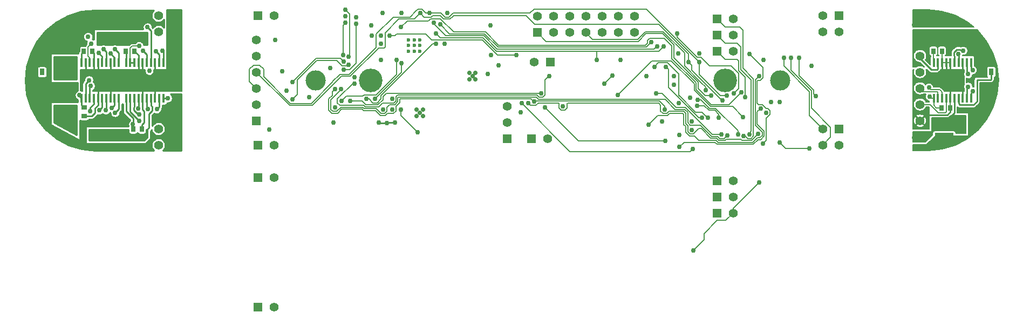
<source format=gbl>
G04 (created by PCBNEW (2013-07-07 BZR 4022)-stable) date 3/1/2014 3:20:10 PM*
%MOIN*%
G04 Gerber Fmt 3.4, Leading zero omitted, Abs format*
%FSLAX34Y34*%
G01*
G70*
G90*
G04 APERTURE LIST*
%ADD10C,0.00590551*%
%ADD11R,0.0165X0.0579*%
%ADD12R,0.055X0.055*%
%ADD13C,0.055*%
%ADD14C,0.023622*%
%ADD15C,0.146*%
%ADD16C,0.125*%
%ADD17R,0.11811X0.0472441*%
%ADD18R,0.031X0.043*%
%ADD19R,0.026X0.0355*%
%ADD20R,0.0355X0.026*%
%ADD21C,0.029*%
%ADD22C,0.03*%
%ADD23C,0.01*%
%ADD24C,0.006*%
G04 APERTURE END LIST*
G54D10*
G54D11*
X7422Y15602D03*
X7678Y15602D03*
X7934Y15602D03*
X8190Y15602D03*
X6658Y13400D03*
X6654Y15602D03*
X6910Y15602D03*
X7166Y15602D03*
X8446Y13398D03*
X8190Y13398D03*
X7934Y13398D03*
X7678Y13398D03*
X7422Y13398D03*
X7166Y13398D03*
X8446Y15602D03*
X6910Y13400D03*
X6398Y15602D03*
X8702Y15602D03*
X8702Y13398D03*
X6398Y13398D03*
X57322Y15602D03*
X57578Y15602D03*
X57834Y15602D03*
X58090Y15602D03*
X56558Y13400D03*
X56554Y15602D03*
X56810Y15602D03*
X57066Y15602D03*
X58346Y13398D03*
X58090Y13398D03*
X57834Y13398D03*
X57578Y13398D03*
X57322Y13398D03*
X57066Y13398D03*
X58346Y15602D03*
X56810Y13400D03*
X56298Y15602D03*
X58602Y15602D03*
X58602Y13398D03*
X56298Y13398D03*
X4672Y15602D03*
X4928Y15602D03*
X5184Y15602D03*
X5440Y15602D03*
X3908Y13400D03*
X3904Y15602D03*
X4160Y15602D03*
X4416Y15602D03*
X5696Y13398D03*
X5440Y13398D03*
X5184Y13398D03*
X4928Y13398D03*
X4672Y13398D03*
X4416Y13398D03*
X5696Y15602D03*
X4160Y13400D03*
X3648Y15602D03*
X5952Y15602D03*
X5952Y13398D03*
X3648Y13398D03*
G54D12*
X31800Y17450D03*
G54D13*
X31800Y18450D03*
X32800Y17450D03*
X32800Y18450D03*
X33800Y17450D03*
X33800Y18450D03*
X34800Y17450D03*
X34800Y18450D03*
X35800Y17450D03*
X35800Y18450D03*
X36800Y17450D03*
X36800Y18450D03*
X37800Y17450D03*
X37800Y18450D03*
G54D12*
X14450Y12000D03*
G54D13*
X14450Y13000D03*
X14450Y14000D03*
X14450Y15000D03*
X14450Y16000D03*
X14450Y17000D03*
G54D12*
X50450Y18500D03*
G54D13*
X49450Y18500D03*
X49450Y17500D03*
X50450Y17500D03*
G54D12*
X50450Y11500D03*
G54D13*
X49450Y11500D03*
X49450Y10500D03*
X50450Y10500D03*
G54D12*
X14550Y18500D03*
G54D13*
X15550Y18500D03*
G54D12*
X14550Y10500D03*
G54D13*
X15550Y10500D03*
G54D12*
X42900Y18300D03*
G54D13*
X43900Y18300D03*
G54D12*
X42900Y17300D03*
G54D13*
X43900Y17300D03*
G54D12*
X42900Y16300D03*
G54D13*
X43900Y16300D03*
G54D12*
X14550Y8500D03*
G54D13*
X15550Y8500D03*
G54D12*
X14550Y500D03*
G54D13*
X15550Y500D03*
G54D12*
X42900Y6300D03*
G54D13*
X43900Y6300D03*
G54D12*
X42900Y7300D03*
G54D13*
X43900Y7300D03*
G54D12*
X42900Y8300D03*
G54D13*
X43900Y8300D03*
G54D14*
X24554Y16295D03*
X24200Y16295D03*
X23845Y16295D03*
X23845Y16650D03*
X24200Y16650D03*
X24554Y16650D03*
X24554Y17004D03*
X24200Y17004D03*
X23845Y17004D03*
G54D15*
X21500Y14500D03*
X43400Y14500D03*
G54D16*
X18100Y14500D03*
X46800Y14500D03*
G54D12*
X29950Y10900D03*
G54D13*
X29950Y11900D03*
X29950Y12900D03*
G54D12*
X31450Y10900D03*
G54D13*
X32450Y10900D03*
G54D17*
X56950Y11007D03*
X56950Y11992D03*
X2650Y13492D03*
X2650Y12507D03*
X5350Y11992D03*
X5350Y11007D03*
X5300Y17992D03*
X5300Y17007D03*
X56950Y17007D03*
X56950Y17992D03*
X2650Y16542D03*
X2650Y15557D03*
G54D18*
X604Y15011D03*
X1204Y15011D03*
X1204Y13981D03*
X604Y13981D03*
X59254Y15011D03*
X59854Y15011D03*
X59854Y13981D03*
X59254Y13981D03*
G54D19*
X6832Y11500D03*
X7367Y11500D03*
G54D20*
X3800Y12817D03*
X3800Y12282D03*
G54D19*
X56782Y12800D03*
X57317Y12800D03*
X56282Y16300D03*
X56817Y16300D03*
X6382Y16300D03*
X6917Y16300D03*
X3782Y16300D03*
X4317Y16300D03*
G54D20*
X4350Y11767D03*
X4350Y11232D03*
X6500Y17767D03*
X6500Y17232D03*
X7150Y17767D03*
X7150Y17232D03*
X55450Y10432D03*
X55450Y10967D03*
X2650Y14232D03*
X2650Y14767D03*
X6275Y11767D03*
X6275Y11232D03*
G54D21*
X27800Y14750D03*
X27603Y14553D03*
X27603Y14946D03*
X27996Y14946D03*
X27996Y14553D03*
X24550Y12500D03*
X24746Y12696D03*
X24746Y12303D03*
X24353Y12303D03*
X24353Y12696D03*
G54D12*
X9400Y10500D03*
G54D13*
X8400Y10500D03*
X8400Y11500D03*
X9400Y11500D03*
G54D12*
X9400Y17500D03*
G54D13*
X8400Y17500D03*
X8400Y18500D03*
X9400Y18500D03*
G54D12*
X55450Y17000D03*
G54D13*
X55450Y16000D03*
X55450Y15000D03*
X55450Y14000D03*
X55450Y13000D03*
X55450Y12000D03*
G54D12*
X32616Y15628D03*
G54D13*
X31616Y15628D03*
G54D22*
X22000Y11875D03*
X22500Y11870D03*
X23000Y11875D03*
X56050Y13500D03*
X3525Y13575D03*
X6825Y11775D03*
X7200Y16625D03*
X4250Y16750D03*
X40250Y14232D03*
X41450Y4000D03*
X45500Y8182D03*
X41350Y11432D03*
X41250Y13417D03*
X41800Y16167D03*
X45783Y15750D03*
X45932Y12500D03*
X29400Y15417D03*
X22132Y16750D03*
X19300Y12817D03*
X19000Y15250D03*
X15617Y17000D03*
X16032Y15050D03*
X46767Y13150D03*
X26232Y18650D03*
X23400Y18667D03*
X19950Y18450D03*
X21550Y17900D03*
X44400Y13750D03*
X23394Y17775D03*
X7200Y12375D03*
X4225Y14150D03*
X56000Y14050D03*
X47050Y15900D03*
X43500Y13550D03*
X41800Y15632D03*
X25132Y18650D03*
X7225Y11975D03*
X4125Y14500D03*
X47475Y15900D03*
X43250Y13250D03*
X41150Y15632D03*
X24567Y18650D03*
X35490Y15746D03*
X25532Y17400D03*
X39600Y16600D03*
X38850Y16850D03*
X25800Y17950D03*
X49000Y13525D03*
X25400Y18050D03*
X39200Y16600D03*
X47975Y15900D03*
X20600Y18000D03*
X19850Y15150D03*
X19950Y18050D03*
X19800Y16050D03*
X20150Y15450D03*
X16674Y13318D03*
X16674Y14381D03*
X19850Y15650D03*
X42200Y13900D03*
X42550Y13550D03*
X41400Y10250D03*
X30500Y16050D03*
X30850Y13075D03*
X22667Y17250D03*
X39132Y13700D03*
X43175Y11150D03*
X43550Y11100D03*
X19675Y13950D03*
X45450Y11200D03*
X31250Y13075D03*
X44917Y16125D03*
X45750Y10600D03*
X44550Y11050D03*
X44900Y11150D03*
X44650Y13450D03*
X48600Y10275D03*
X46775Y10650D03*
X40450Y17400D03*
X36450Y14800D03*
X35950Y14300D03*
X43950Y13700D03*
X41675Y12925D03*
X43000Y12175D03*
X44525Y12225D03*
X36775Y13600D03*
X40583Y10375D03*
X45600Y12750D03*
X23367Y12700D03*
X24400Y11300D03*
X7450Y16325D03*
X7725Y17775D03*
X8250Y16300D03*
X7850Y15075D03*
X8650Y16325D03*
X8975Y13400D03*
X8300Y12725D03*
X7750Y12725D03*
X5300Y17007D03*
X4700Y16175D03*
X4050Y17200D03*
X5000Y16425D03*
X5450Y16150D03*
X5700Y16425D03*
X5725Y12500D03*
X5525Y12800D03*
X5150Y12650D03*
X1204Y15011D03*
X2650Y15125D03*
X4750Y12650D03*
X2650Y12507D03*
X58125Y16325D03*
X57825Y16125D03*
X58425Y14875D03*
X58700Y15125D03*
X58700Y13825D03*
X58425Y14100D03*
X55075Y17925D03*
X55075Y10950D03*
X4175Y12575D03*
X7150Y12750D03*
X41725Y13300D03*
X44200Y11150D03*
X39750Y15332D03*
X41975Y12175D03*
X42350Y12175D03*
X39050Y15332D03*
X36948Y15746D03*
X28907Y17875D03*
X15250Y11450D03*
X30775Y12533D03*
X39525Y11950D03*
X40583Y11125D03*
X20525Y14675D03*
X46232Y13150D03*
X33395Y12900D03*
X48750Y15400D03*
X41350Y11967D03*
X40533Y13075D03*
X40250Y14767D03*
X40500Y16167D03*
X38550Y14767D03*
X28750Y14882D03*
X28932Y16050D03*
X26067Y16750D03*
X22267Y12700D03*
X22832Y12700D03*
X22832Y13350D03*
X22132Y15750D03*
X22132Y17250D03*
X22250Y18650D03*
X17700Y13467D03*
X19200Y11900D03*
X16300Y13850D03*
X21567Y17250D03*
X20600Y18400D03*
X23100Y15750D03*
X19725Y13225D03*
X21767Y13350D03*
X23400Y15550D03*
X21232Y13350D03*
X25532Y16750D03*
X20150Y15950D03*
X19950Y18850D03*
X39667Y12700D03*
X19300Y13950D03*
X31625Y13200D03*
X45500Y14750D03*
X38667Y11750D03*
X32550Y14750D03*
X20500Y14300D03*
X39717Y10750D03*
X32275Y12825D03*
X32032Y13700D03*
X20250Y13232D03*
G54D23*
X22500Y11870D02*
X22004Y11870D01*
X22004Y11870D02*
X22000Y11875D01*
X22504Y11875D02*
X23000Y11875D01*
X22500Y11870D02*
X22504Y11875D01*
G54D24*
X56298Y13398D02*
X56152Y13398D01*
X56152Y13398D02*
X56050Y13500D01*
G54D23*
X56554Y15602D02*
X56554Y15204D01*
X56554Y15204D02*
X56500Y15150D01*
X56500Y15150D02*
X56150Y15150D01*
X56150Y15150D02*
X55450Y15850D01*
X55450Y15850D02*
X55450Y16000D01*
X3648Y13398D02*
X3525Y13521D01*
X3525Y13521D02*
X3525Y13575D01*
X3800Y12817D02*
X3648Y12969D01*
X3648Y12969D02*
X3648Y13398D01*
X6832Y11825D02*
X6832Y11782D01*
X6832Y11782D02*
X6825Y11775D01*
X6398Y13398D02*
X6398Y12575D01*
X6832Y12141D02*
X6832Y11825D01*
X6832Y11825D02*
X6832Y11500D01*
X6398Y12575D02*
X6832Y12141D01*
X6398Y13398D02*
X6398Y13477D01*
G54D24*
X6654Y15602D02*
X6654Y16504D01*
X6775Y16625D02*
X7200Y16625D01*
X6654Y16504D02*
X6775Y16625D01*
X4160Y15602D02*
X4160Y15890D01*
X4050Y16550D02*
X4250Y16750D01*
X4050Y16000D02*
X4050Y16550D01*
X4160Y15890D02*
X4050Y16000D01*
G54D23*
X6654Y15602D02*
X6910Y15602D01*
G54D24*
X56298Y13398D02*
X56298Y12952D01*
X56450Y12800D02*
X56782Y12800D01*
X56298Y12952D02*
X56450Y12800D01*
X40250Y14232D02*
X40250Y14225D01*
X43450Y5850D02*
X43900Y6300D01*
X42925Y5850D02*
X43450Y5850D01*
X42100Y5025D02*
X42925Y5850D01*
X42100Y4650D02*
X42100Y5025D01*
X41450Y4000D02*
X42100Y4650D01*
X45500Y8182D02*
X43900Y6582D01*
X43900Y6582D02*
X43900Y6300D01*
X41350Y11432D02*
X41350Y11450D01*
X41250Y13417D02*
X41250Y13400D01*
X41800Y16167D02*
X41800Y16150D01*
X45783Y15750D02*
X45800Y15750D01*
X45932Y12500D02*
X45950Y12500D01*
X29400Y15417D02*
X29400Y15400D01*
X22132Y16750D02*
X22150Y16750D01*
X19300Y12817D02*
X19300Y12800D01*
X15617Y17000D02*
X15600Y17000D01*
X16032Y15050D02*
X16050Y15050D01*
X46767Y13150D02*
X46750Y13150D01*
X26232Y18650D02*
X26250Y18650D01*
X23400Y18667D02*
X23400Y18650D01*
X41620Y13950D02*
X41620Y13935D01*
X41620Y13935D02*
X42555Y13000D01*
X43650Y13000D02*
X44400Y13750D01*
X42555Y13000D02*
X43650Y13000D01*
X25075Y18175D02*
X25100Y18175D01*
X23394Y17775D02*
X23779Y18159D01*
X23779Y18159D02*
X25059Y18159D01*
X25075Y18175D02*
X25059Y18159D01*
X41620Y14340D02*
X41620Y13950D01*
X40129Y15831D02*
X41620Y14340D01*
X40129Y16624D02*
X40129Y15831D01*
X39653Y17100D02*
X40129Y16624D01*
X38750Y17100D02*
X39653Y17100D01*
X38600Y16950D02*
X38750Y17100D01*
X38600Y16775D02*
X38600Y16950D01*
X38485Y16660D02*
X38600Y16775D01*
X29429Y16660D02*
X38485Y16660D01*
X28609Y17480D02*
X29429Y16660D01*
X26650Y17480D02*
X28609Y17480D01*
X25830Y18300D02*
X26650Y17480D01*
X25325Y18300D02*
X25830Y18300D01*
X25304Y18279D02*
X25325Y18300D01*
X25204Y18279D02*
X25304Y18279D01*
X25100Y18175D02*
X25204Y18279D01*
G54D23*
X6910Y12860D02*
X6875Y12825D01*
X6875Y12825D02*
X6875Y12650D01*
X6875Y12650D02*
X7150Y12375D01*
X7150Y12375D02*
X7200Y12375D01*
X6910Y13400D02*
X6910Y12860D01*
X4160Y14085D02*
X4225Y14150D01*
X4160Y13400D02*
X4160Y14085D01*
G54D24*
X56150Y13925D02*
X56125Y13925D01*
X56810Y13400D02*
X56810Y13765D01*
X56650Y13925D02*
X56404Y13925D01*
X56700Y13875D02*
X56650Y13925D01*
X56810Y13765D02*
X56700Y13875D01*
X56404Y13925D02*
X56150Y13925D01*
X56125Y13925D02*
X56000Y14050D01*
X47050Y15900D02*
X47050Y15375D01*
X48625Y12325D02*
X49450Y11500D01*
X48625Y13800D02*
X48625Y12325D01*
X47050Y15375D02*
X48625Y13800D01*
X24325Y18775D02*
X23950Y18400D01*
X19162Y14382D02*
X17850Y13070D01*
X17850Y13070D02*
X16549Y13070D01*
X16549Y13070D02*
X14900Y14719D01*
X14900Y14719D02*
X14900Y15175D01*
X14900Y15175D02*
X14650Y15425D01*
X14650Y15425D02*
X14275Y15425D01*
X14275Y15425D02*
X14025Y15175D01*
X14025Y15175D02*
X14025Y14425D01*
X14450Y14000D02*
X14025Y14425D01*
X20305Y14975D02*
X20300Y14975D01*
X24925Y18650D02*
X24675Y18900D01*
X24675Y18900D02*
X24450Y18900D01*
X24450Y18900D02*
X24325Y18775D01*
X21850Y16875D02*
X21850Y16519D01*
X21850Y16519D02*
X20305Y14975D01*
X24925Y18650D02*
X25132Y18650D01*
X19620Y14870D02*
X19162Y14412D01*
X20195Y14870D02*
X19620Y14870D01*
X20300Y14975D02*
X20195Y14870D01*
X19162Y14412D02*
X19162Y14382D01*
X21850Y17350D02*
X21850Y16875D01*
X22900Y18400D02*
X21850Y17350D01*
X23950Y18400D02*
X22900Y18400D01*
X25132Y18650D02*
X25850Y18650D01*
X38532Y18900D02*
X41800Y15632D01*
X38100Y18900D02*
X38532Y18900D01*
X31600Y18900D02*
X38100Y18900D01*
X31350Y18650D02*
X31600Y18900D01*
X26600Y18650D02*
X31350Y18650D01*
X26350Y18400D02*
X26600Y18650D01*
X26100Y18400D02*
X26350Y18400D01*
X25850Y18650D02*
X26100Y18400D01*
X41800Y15632D02*
X41800Y14850D01*
X41800Y14850D02*
X43100Y13550D01*
X43100Y13550D02*
X43500Y13550D01*
X41800Y15632D02*
X41800Y15650D01*
X25132Y18650D02*
X25150Y18650D01*
G54D23*
X6658Y12542D02*
X7225Y11975D01*
X6658Y13400D02*
X6658Y12542D01*
X3908Y14283D02*
X4125Y14500D01*
X3908Y13400D02*
X3908Y14283D01*
G54D24*
X56558Y13400D02*
X56558Y13792D01*
X55650Y13800D02*
X55450Y14000D01*
X56550Y13800D02*
X55650Y13800D01*
X56558Y13792D02*
X56550Y13800D01*
X24817Y18400D02*
X25250Y18400D01*
X41150Y16100D02*
X41150Y16112D01*
X41150Y16112D02*
X39356Y17906D01*
X39356Y17906D02*
X39343Y17906D01*
X39343Y17906D02*
X39300Y17950D01*
X39300Y17950D02*
X31650Y17950D01*
X31650Y17950D02*
X31100Y18500D01*
X31100Y18500D02*
X26619Y18500D01*
X26619Y18500D02*
X26619Y18469D01*
X26619Y18469D02*
X26425Y18275D01*
X26425Y18275D02*
X26025Y18275D01*
X26025Y18275D02*
X25800Y18500D01*
X25800Y18500D02*
X25350Y18500D01*
X25350Y18500D02*
X25250Y18400D01*
X24567Y18650D02*
X24817Y18400D01*
X41150Y16100D02*
X41150Y15632D01*
X47475Y15900D02*
X47475Y15119D01*
X49925Y11350D02*
X49925Y10975D01*
X49450Y10500D02*
X49925Y10975D01*
X47475Y15119D02*
X48750Y13844D01*
X48750Y13844D02*
X48750Y12775D01*
X48750Y12775D02*
X49925Y11600D01*
X49925Y11600D02*
X49925Y11350D01*
X22000Y16500D02*
X22350Y16500D01*
X14450Y15000D02*
X16500Y12950D01*
X19700Y14750D02*
X17900Y12950D01*
X20250Y14750D02*
X19700Y14750D01*
X22000Y16500D02*
X20250Y14750D01*
X16500Y12950D02*
X17900Y12950D01*
X24197Y18279D02*
X24567Y18650D01*
X23254Y18279D02*
X24197Y18279D01*
X22400Y17425D02*
X23254Y18279D01*
X22400Y16550D02*
X22400Y17425D01*
X22350Y16500D02*
X22400Y16550D01*
X43250Y13250D02*
X43230Y13250D01*
X43230Y13250D02*
X41350Y15130D01*
X41350Y15130D02*
X41350Y15432D01*
X41350Y15432D02*
X41150Y15632D01*
X41150Y15632D02*
X41150Y15650D01*
X24567Y18650D02*
X24550Y18650D01*
X35490Y15746D02*
X35490Y16300D01*
X25812Y17120D02*
X27850Y17120D01*
X25525Y17400D02*
X25532Y17400D01*
X25532Y17400D02*
X25812Y17120D01*
X27850Y17120D02*
X28250Y17120D01*
X28250Y17120D02*
X28449Y17120D01*
X28449Y17120D02*
X29269Y16300D01*
X29269Y16300D02*
X32616Y16300D01*
X39300Y16300D02*
X39600Y16600D01*
X32616Y16300D02*
X35490Y16300D01*
X35490Y16300D02*
X39300Y16300D01*
X26389Y17360D02*
X28559Y17360D01*
X28559Y17360D02*
X29379Y16540D01*
X29379Y16540D02*
X38540Y16540D01*
X38540Y16540D02*
X38850Y16850D01*
X25800Y17950D02*
X26389Y17360D01*
X49000Y13525D02*
X48875Y13650D01*
X48875Y13650D02*
X48875Y13889D01*
X48875Y13889D02*
X47975Y14789D01*
X47975Y14789D02*
X47975Y15900D01*
X25400Y18050D02*
X25400Y18000D01*
X39020Y16420D02*
X39200Y16600D01*
X29329Y16420D02*
X39020Y16420D01*
X28509Y17240D02*
X29329Y16420D01*
X26159Y17240D02*
X28509Y17240D01*
X25400Y18000D02*
X26159Y17240D01*
X20600Y15550D02*
X20600Y18000D01*
X20200Y15150D02*
X20600Y15550D01*
X19850Y15150D02*
X20200Y15150D01*
X19800Y16050D02*
X19800Y17900D01*
X19800Y17900D02*
X19950Y18050D01*
X20100Y15400D02*
X19950Y15400D01*
X20150Y15450D02*
X20100Y15400D01*
X19750Y15400D02*
X19950Y15400D01*
X19420Y15729D02*
X19750Y15400D01*
X18192Y15729D02*
X19420Y15729D01*
X16981Y14518D02*
X18192Y15729D01*
X16981Y13625D02*
X16981Y14518D01*
X16674Y13318D02*
X16981Y13625D01*
X16674Y14381D02*
X18142Y15850D01*
X18142Y15850D02*
X19200Y15850D01*
X19650Y15850D02*
X19200Y15850D01*
X19850Y15650D02*
X19650Y15850D01*
X35225Y17025D02*
X34800Y17450D01*
X38000Y17025D02*
X35225Y17025D01*
X38475Y17500D02*
X38000Y17025D01*
X39593Y17500D02*
X38475Y17500D01*
X40900Y16193D02*
X39593Y17500D01*
X40900Y15400D02*
X40900Y16193D01*
X41894Y14405D02*
X40900Y15400D01*
X41894Y14405D02*
X41894Y14405D01*
X42200Y14100D02*
X41894Y14405D01*
X42200Y14100D02*
X42200Y14100D01*
X42200Y13900D02*
X42200Y14100D01*
X31800Y17450D02*
X32345Y16904D01*
X42175Y13550D02*
X42550Y13550D01*
X41740Y13984D02*
X42175Y13550D01*
X41740Y14009D02*
X41740Y13984D01*
X41740Y14384D02*
X41740Y14009D01*
X41740Y14390D02*
X41740Y14384D01*
X40249Y15881D02*
X41740Y14390D01*
X40249Y15999D02*
X40249Y15881D01*
X40249Y16674D02*
X40249Y15999D01*
X40199Y16724D02*
X40249Y16674D01*
X39545Y17377D02*
X40199Y16724D01*
X38897Y17377D02*
X39545Y17377D01*
X38522Y17377D02*
X38897Y17377D01*
X38049Y16904D02*
X38522Y17377D01*
X32345Y16904D02*
X38049Y16904D01*
X35300Y10100D02*
X33825Y10100D01*
X23025Y17250D02*
X23125Y17350D01*
X23125Y17350D02*
X24925Y17350D01*
X24925Y17350D02*
X25275Y17000D01*
X25275Y17000D02*
X28400Y17000D01*
X35300Y10100D02*
X41250Y10100D01*
X41400Y10250D02*
X41250Y10100D01*
X23025Y17250D02*
X22667Y17250D01*
X29350Y16050D02*
X28400Y17000D01*
X30500Y16050D02*
X29350Y16050D01*
X33825Y10100D02*
X30850Y13075D01*
X22667Y17250D02*
X22675Y17250D01*
X42630Y11150D02*
X40955Y12825D01*
X40955Y12825D02*
X40525Y12825D01*
X43175Y11150D02*
X42630Y11150D01*
X40375Y12825D02*
X40525Y12825D01*
X39500Y13700D02*
X40375Y12825D01*
X39132Y13700D02*
X39500Y13700D01*
X19437Y13687D02*
X19050Y13300D01*
X43350Y10900D02*
X43550Y11100D01*
X43075Y10900D02*
X43350Y10900D01*
X42945Y11029D02*
X43075Y10900D01*
X42580Y11029D02*
X42945Y11029D01*
X41885Y11725D02*
X42580Y11029D01*
X41250Y11725D02*
X41885Y11725D01*
X41100Y11875D02*
X41250Y11725D01*
X41100Y12510D02*
X41100Y11875D01*
X40905Y12704D02*
X41100Y12510D01*
X40325Y12704D02*
X40905Y12704D01*
X39700Y13329D02*
X40325Y12704D01*
X31875Y13329D02*
X39700Y13329D01*
X31745Y13459D02*
X31875Y13329D01*
X23224Y13459D02*
X31745Y13459D01*
X23195Y13430D02*
X23224Y13459D01*
X23195Y13175D02*
X23195Y13430D01*
X22999Y12979D02*
X23195Y13175D01*
X22675Y12979D02*
X22999Y12979D01*
X22525Y12829D02*
X22675Y12979D01*
X22525Y12600D02*
X22525Y12829D01*
X22375Y12450D02*
X22525Y12600D01*
X22150Y12450D02*
X22375Y12450D01*
X21860Y12739D02*
X22150Y12450D01*
X21120Y12739D02*
X21860Y12739D01*
X21030Y12829D02*
X21120Y12739D01*
X19679Y12829D02*
X21030Y12829D01*
X19425Y12575D02*
X19679Y12829D01*
X19175Y12575D02*
X19425Y12575D01*
X19050Y12700D02*
X19175Y12575D01*
X19050Y13300D02*
X19050Y12700D01*
X19650Y13900D02*
X19437Y13687D01*
X19437Y13687D02*
X19432Y13682D01*
X19650Y13925D02*
X19650Y13900D01*
X19650Y13950D02*
X19650Y13925D01*
X19675Y13950D02*
X19650Y13950D01*
X45450Y11180D02*
X45450Y11200D01*
X45049Y10779D02*
X45450Y11180D01*
X44695Y10779D02*
X45049Y10779D01*
X44675Y10800D02*
X44695Y10779D01*
X44450Y10800D02*
X44675Y10800D01*
X44400Y10850D02*
X44450Y10800D01*
X43469Y10850D02*
X44400Y10850D01*
X43399Y10779D02*
X43469Y10850D01*
X43025Y10779D02*
X43399Y10779D01*
X42895Y10909D02*
X43025Y10779D01*
X42530Y10909D02*
X42895Y10909D01*
X41932Y11507D02*
X42530Y10909D01*
X41782Y11507D02*
X41932Y11507D01*
X41450Y11175D02*
X41782Y11507D01*
X41250Y11175D02*
X41450Y11175D01*
X41100Y11325D02*
X41250Y11175D01*
X41100Y11705D02*
X41100Y11325D01*
X40979Y11825D02*
X41100Y11705D01*
X40979Y12460D02*
X40979Y11825D01*
X40855Y12584D02*
X40979Y12460D01*
X39934Y12584D02*
X40855Y12584D01*
X39800Y12450D02*
X39934Y12584D01*
X39575Y12450D02*
X39800Y12450D01*
X39425Y12600D02*
X39575Y12450D01*
X39425Y12965D02*
X39425Y12600D01*
X39300Y13089D02*
X39425Y12965D01*
X33675Y13089D02*
X39300Y13089D01*
X33650Y13064D02*
X33675Y13089D01*
X33650Y12800D02*
X33650Y13064D01*
X33500Y12650D02*
X33650Y12800D01*
X33275Y12650D02*
X33500Y12650D01*
X33150Y12775D02*
X33275Y12650D01*
X33150Y13050D02*
X33150Y12775D01*
X33110Y13089D02*
X33150Y13050D01*
X31864Y13089D02*
X33110Y13089D01*
X31725Y12950D02*
X31864Y13089D01*
X31375Y12950D02*
X31725Y12950D01*
X31250Y13075D02*
X31375Y12950D01*
X45940Y10790D02*
X45750Y10600D01*
X45940Y12140D02*
X45940Y10790D01*
X46175Y12375D02*
X45940Y12140D01*
X46175Y12625D02*
X46175Y12375D01*
X46050Y12750D02*
X46175Y12625D01*
X45950Y12750D02*
X46050Y12750D01*
X45700Y13000D02*
X45950Y12750D01*
X45475Y13000D02*
X45700Y13000D01*
X45390Y13084D02*
X45475Y13000D01*
X45390Y14450D02*
X45390Y13084D01*
X45430Y14490D02*
X45390Y14450D01*
X45590Y14490D02*
X45430Y14490D01*
X45750Y14650D02*
X45590Y14490D01*
X45750Y15292D02*
X45750Y14650D01*
X45750Y15292D02*
X44917Y16125D01*
X44550Y11050D02*
X44650Y11050D01*
X43400Y17800D02*
X42900Y18300D01*
X44300Y17800D02*
X43400Y17800D01*
X44500Y17600D02*
X44300Y17800D01*
X44500Y15250D02*
X44500Y17600D01*
X45150Y14600D02*
X44500Y15250D01*
X45150Y11050D02*
X45150Y14600D01*
X45000Y10900D02*
X45150Y11050D01*
X44800Y10900D02*
X45000Y10900D01*
X44650Y11050D02*
X44800Y10900D01*
X44900Y11150D02*
X44900Y11220D01*
X43400Y16800D02*
X42900Y17300D01*
X44150Y16800D02*
X43400Y16800D01*
X44379Y16570D02*
X44150Y16800D01*
X44379Y15170D02*
X44379Y16570D01*
X45029Y14520D02*
X44379Y15170D01*
X45029Y11350D02*
X45029Y14520D01*
X44900Y11220D02*
X45029Y11350D01*
X44650Y13450D02*
X44650Y14700D01*
X43400Y15800D02*
X42900Y16300D01*
X44159Y15800D02*
X43400Y15800D01*
X44259Y15700D02*
X44159Y15800D01*
X44259Y15090D02*
X44259Y15700D01*
X44650Y14700D02*
X44259Y15090D01*
X47150Y10275D02*
X48600Y10275D01*
X46775Y10650D02*
X47150Y10275D01*
X44255Y14925D02*
X43780Y15400D01*
X43780Y15400D02*
X42450Y15400D01*
X42450Y15400D02*
X41923Y15926D01*
X41923Y15926D02*
X41676Y15926D01*
X41676Y15926D02*
X40450Y17152D01*
X40450Y17152D02*
X40450Y17400D01*
X36450Y14800D02*
X35950Y14300D01*
X44255Y14925D02*
X44255Y14600D01*
X44255Y14005D02*
X44255Y14600D01*
X44255Y14600D02*
X44255Y14605D01*
X43950Y13700D02*
X44255Y14005D01*
X41675Y12925D02*
X42121Y12925D01*
X43000Y12405D02*
X43000Y12175D01*
X42765Y12639D02*
X43000Y12405D01*
X42406Y12639D02*
X42765Y12639D01*
X42121Y12925D02*
X42406Y12639D01*
X43870Y12879D02*
X44525Y12225D01*
X42505Y12879D02*
X43870Y12879D01*
X41500Y13885D02*
X42505Y12879D01*
X41500Y14290D02*
X41500Y13885D01*
X40095Y15695D02*
X41500Y14290D01*
X38870Y15695D02*
X40095Y15695D01*
X36775Y13600D02*
X38870Y15695D01*
X45390Y12540D02*
X45600Y12750D01*
X45390Y11779D02*
X45390Y12540D01*
X45820Y11349D02*
X45390Y11779D01*
X45820Y11050D02*
X45820Y11349D01*
X45599Y10829D02*
X45820Y11050D01*
X45449Y10829D02*
X45599Y10829D01*
X45159Y10539D02*
X45449Y10829D01*
X42925Y10539D02*
X45159Y10539D01*
X42795Y10669D02*
X42925Y10539D01*
X40877Y10669D02*
X42795Y10669D01*
X40877Y10669D02*
X40583Y10375D01*
X23367Y12332D02*
X24400Y11300D01*
X23367Y12332D02*
X23367Y12700D01*
G54D23*
X7678Y16097D02*
X7450Y16325D01*
X7678Y15602D02*
X7678Y16097D01*
X7934Y17566D02*
X7725Y17775D01*
X7934Y15602D02*
X7934Y17566D01*
X8446Y16104D02*
X8250Y16300D01*
X8446Y16104D02*
X8446Y15602D01*
X8702Y16273D02*
X8650Y16325D01*
X8702Y16273D02*
X8702Y15602D01*
X8973Y13398D02*
X8975Y13400D01*
X8973Y13398D02*
X8702Y13398D01*
X8446Y13398D02*
X8446Y12871D01*
X8446Y12871D02*
X8300Y12725D01*
X7700Y11450D02*
X7700Y11175D01*
X7934Y12941D02*
X8025Y12850D01*
X8025Y12850D02*
X8025Y12625D01*
X8025Y12625D02*
X7825Y12425D01*
X7825Y12425D02*
X7825Y11575D01*
X7825Y11575D02*
X7700Y11450D01*
X7934Y13398D02*
X7934Y12941D01*
X5457Y10900D02*
X5350Y11007D01*
X7425Y10900D02*
X5457Y10900D01*
X7700Y11175D02*
X7425Y10900D01*
X7678Y12797D02*
X7750Y12725D01*
X7678Y13398D02*
X7678Y12797D01*
X4928Y15947D02*
X4700Y16175D01*
X4928Y15602D02*
X4928Y15947D01*
X5184Y15602D02*
X5184Y16241D01*
X5184Y16241D02*
X5000Y16425D01*
X5696Y15904D02*
X5450Y16150D01*
X5696Y15602D02*
X5696Y15904D01*
X5952Y16173D02*
X5700Y16425D01*
X5952Y15602D02*
X5952Y16173D01*
X5952Y12727D02*
X5725Y12500D01*
X5952Y13398D02*
X5952Y12727D01*
X5696Y12971D02*
X5525Y12800D01*
X5696Y12971D02*
X5696Y13398D01*
X5184Y12684D02*
X5150Y12650D01*
X5184Y13398D02*
X5184Y12684D01*
X2650Y15125D02*
X2650Y15557D01*
X4928Y12828D02*
X4750Y12650D01*
X4928Y13398D02*
X4928Y12828D01*
X57578Y15602D02*
X57578Y15997D01*
X58000Y16325D02*
X58125Y16325D01*
X57925Y16400D02*
X58000Y16325D01*
X57725Y16400D02*
X57925Y16400D01*
X57550Y16225D02*
X57725Y16400D01*
X57550Y16025D02*
X57550Y16225D01*
X57578Y15997D02*
X57550Y16025D01*
X57834Y16116D02*
X57825Y16125D01*
X57834Y15602D02*
X57834Y16116D01*
X58346Y14954D02*
X58425Y14875D01*
X58346Y15602D02*
X58346Y14954D01*
X58602Y15223D02*
X58700Y15125D01*
X58602Y15602D02*
X58602Y15223D01*
X58602Y13398D02*
X58602Y13727D01*
X58602Y13727D02*
X58700Y13825D01*
X58346Y14021D02*
X58425Y14100D01*
X58346Y13398D02*
X58346Y14021D01*
X57834Y13398D02*
X57834Y13041D01*
X59854Y14554D02*
X59854Y15011D01*
X59825Y14525D02*
X59854Y14554D01*
X58975Y14525D02*
X59825Y14525D01*
X58975Y14525D02*
X58975Y14525D01*
X58975Y13200D02*
X58975Y14525D01*
X58750Y12975D02*
X58975Y13200D01*
X57900Y12975D02*
X58750Y12975D01*
X57834Y13041D02*
X57900Y12975D01*
X55075Y10950D02*
X55432Y10950D01*
X55432Y10950D02*
X55450Y10967D01*
X55142Y17992D02*
X55075Y17925D01*
X56950Y17992D02*
X55142Y17992D01*
X57578Y13398D02*
X57578Y12478D01*
X57092Y11992D02*
X56950Y11992D01*
X57578Y12478D02*
X57092Y11992D01*
X4416Y13041D02*
X4175Y12800D01*
X4175Y12800D02*
X4175Y12575D01*
X4416Y13398D02*
X4416Y13041D01*
X7166Y12766D02*
X7150Y12750D01*
X7166Y13398D02*
X7166Y12766D01*
G54D24*
X57066Y13398D02*
X57066Y12566D01*
X56080Y13000D02*
X55450Y13000D01*
X56580Y12500D02*
X56080Y13000D01*
X57000Y12500D02*
X56580Y12500D01*
X57066Y12566D02*
X57000Y12500D01*
X41725Y13300D02*
X41915Y13300D01*
X44200Y11375D02*
X44200Y11150D01*
X42815Y12759D02*
X44200Y11375D01*
X42455Y12759D02*
X42815Y12759D01*
X41915Y13300D02*
X42455Y12759D01*
X41775Y12175D02*
X41975Y12175D01*
X39900Y14050D02*
X41775Y12175D01*
X39900Y15182D02*
X39900Y14050D01*
X39750Y15332D02*
X39900Y15182D01*
X40000Y15425D02*
X40550Y14875D01*
X40550Y13569D02*
X40594Y13525D01*
X40550Y14875D02*
X40550Y13569D01*
X41584Y12534D02*
X40600Y13519D01*
X42350Y12175D02*
X42325Y12175D01*
X41965Y12534D02*
X41584Y12534D01*
X42325Y12175D02*
X41965Y12534D01*
X40600Y13519D02*
X40572Y13547D01*
X40000Y15425D02*
X40000Y15425D01*
X40000Y15425D02*
X39850Y15575D01*
X39850Y15575D02*
X39400Y15575D01*
X39292Y15575D02*
X39400Y15575D01*
X39050Y15332D02*
X39292Y15575D01*
X36948Y15746D02*
X36946Y15746D01*
X28900Y17867D02*
X28900Y17850D01*
X28907Y17875D02*
X28900Y17867D01*
G54D23*
X30750Y12500D02*
X30775Y12525D01*
X30775Y12525D02*
X30775Y12533D01*
G54D24*
X40583Y11125D02*
X40575Y11125D01*
X20525Y14675D02*
X20525Y14650D01*
G54D23*
X4672Y13398D02*
X4672Y12972D01*
X4282Y12282D02*
X3800Y12282D01*
X4475Y12475D02*
X4282Y12282D01*
X4475Y12775D02*
X4475Y12475D01*
X4672Y12972D02*
X4475Y12775D01*
X7367Y11500D02*
X7367Y11742D01*
X7422Y12678D02*
X7422Y13398D01*
X7500Y12600D02*
X7422Y12678D01*
X7500Y11875D02*
X7500Y12600D01*
X7367Y11742D02*
X7500Y11875D01*
X4317Y16300D02*
X4416Y16201D01*
X4416Y16201D02*
X4416Y15602D01*
X6917Y16300D02*
X7166Y16051D01*
X7166Y16051D02*
X7166Y15602D01*
X7166Y15602D02*
X7166Y15016D01*
X7166Y15016D02*
X7150Y15000D01*
X7422Y15602D02*
X7422Y14997D01*
X7422Y14997D02*
X7400Y14975D01*
X8190Y15602D02*
X8190Y15085D01*
X8190Y15085D02*
X8250Y15025D01*
X8190Y13398D02*
X8190Y13960D01*
X8190Y13960D02*
X8175Y13975D01*
X7422Y13398D02*
X7422Y14072D01*
X7422Y14072D02*
X7425Y14075D01*
X5440Y13398D02*
X5440Y13985D01*
X5440Y13985D02*
X5425Y14000D01*
X4672Y13398D02*
X4672Y14047D01*
X4672Y14047D02*
X4675Y14050D01*
X5440Y15602D02*
X5440Y15115D01*
X5440Y15115D02*
X5425Y15100D01*
X4672Y15602D02*
X4672Y15122D01*
X4672Y15122D02*
X4650Y15100D01*
X4416Y15602D02*
X4416Y15084D01*
X4416Y15084D02*
X4425Y15075D01*
X3904Y15602D02*
X3904Y15096D01*
X3904Y15096D02*
X3900Y15100D01*
X57317Y12800D02*
X57317Y12542D01*
X55965Y12359D02*
X55950Y12375D01*
X57134Y12359D02*
X55965Y12359D01*
X57317Y12542D02*
X57134Y12359D01*
X56810Y15602D02*
X56810Y15040D01*
X56810Y15040D02*
X56825Y15025D01*
X57066Y15602D02*
X57066Y15034D01*
X57066Y15034D02*
X57075Y15025D01*
X58090Y15602D02*
X58090Y15115D01*
X57322Y15053D02*
X57322Y15602D01*
X57375Y15000D02*
X57322Y15053D01*
X57975Y15000D02*
X57375Y15000D01*
X58090Y15115D02*
X57975Y15000D01*
X57322Y13398D02*
X57322Y13897D01*
X58090Y13935D02*
X58090Y13398D01*
X58050Y13975D02*
X58090Y13935D01*
X57400Y13975D02*
X58050Y13975D01*
X57322Y13897D02*
X57400Y13975D01*
G54D24*
X57317Y12800D02*
X57317Y13393D01*
X57317Y13393D02*
X57322Y13398D01*
X57325Y15605D02*
X57322Y15602D01*
X57066Y15602D02*
X57322Y15602D01*
X56810Y15602D02*
X57066Y15602D01*
X56817Y16300D02*
X56817Y15609D01*
X56817Y15609D02*
X56810Y15602D01*
X46232Y13150D02*
X46225Y13150D01*
X33395Y12900D02*
X33400Y12900D01*
X41350Y11967D02*
X41350Y11950D01*
X40533Y13075D02*
X40550Y13058D01*
X40550Y13058D02*
X40550Y13050D01*
X40250Y14767D02*
X40250Y14750D01*
X40500Y16167D02*
X40500Y16150D01*
X38550Y14767D02*
X38550Y14750D01*
X28750Y14882D02*
X28750Y14900D01*
X28932Y16050D02*
X28950Y16050D01*
X26067Y16750D02*
X26050Y16750D01*
X22267Y12700D02*
X22250Y12700D01*
X22832Y12700D02*
X22850Y12700D01*
X22832Y13350D02*
X22850Y13350D01*
X22132Y15750D02*
X22150Y15750D01*
X22132Y17250D02*
X22150Y17250D01*
X17700Y13467D02*
X17700Y13450D01*
X21847Y13600D02*
X23100Y14852D01*
X23100Y14852D02*
X23100Y15750D01*
X21100Y13600D02*
X21847Y13600D01*
X21025Y13525D02*
X21100Y13600D01*
X20025Y13525D02*
X21025Y13525D01*
X19725Y13225D02*
X20025Y13525D01*
X23400Y14982D02*
X23400Y15550D01*
X23400Y14982D02*
X21767Y13350D01*
X21400Y13350D02*
X21650Y13100D01*
X21650Y13100D02*
X21900Y13100D01*
X21900Y13100D02*
X22150Y13350D01*
X22150Y13350D02*
X22150Y13550D01*
X22150Y13550D02*
X25350Y16750D01*
X25350Y16750D02*
X25532Y16750D01*
X21232Y13350D02*
X21400Y13350D01*
X21207Y13325D02*
X21232Y13350D01*
X25500Y16717D02*
X25500Y16650D01*
X25532Y16750D02*
X25500Y16717D01*
G54D23*
X3648Y15602D02*
X3648Y16165D01*
X3648Y16165D02*
X3782Y16300D01*
G54D24*
X56282Y16300D02*
X56282Y15617D01*
X56282Y15617D02*
X56298Y15602D01*
G54D23*
X6398Y15602D02*
X6398Y16284D01*
X6398Y16284D02*
X6382Y16300D01*
G54D24*
X20150Y15950D02*
X20200Y16000D01*
X20200Y16000D02*
X20200Y18200D01*
X20200Y18600D02*
X20200Y18200D01*
X19950Y18850D02*
X20200Y18600D01*
X31634Y13209D02*
X39350Y13209D01*
X31625Y13200D02*
X31634Y13209D01*
X39667Y12892D02*
X39350Y13209D01*
X39667Y12892D02*
X39667Y12700D01*
X19152Y13802D02*
X19152Y13572D01*
X19300Y13950D02*
X19152Y13802D01*
X31539Y13200D02*
X31625Y13200D01*
X31400Y13339D02*
X31539Y13200D01*
X23325Y13339D02*
X31400Y13339D01*
X23315Y13329D02*
X23325Y13339D01*
X23315Y13125D02*
X23315Y13329D01*
X23075Y12885D02*
X23315Y13125D01*
X23075Y12600D02*
X23075Y12885D01*
X22925Y12450D02*
X23075Y12600D01*
X22544Y12450D02*
X22925Y12450D01*
X22424Y12329D02*
X22544Y12450D01*
X22100Y12329D02*
X22424Y12329D01*
X21810Y12619D02*
X22100Y12329D01*
X21070Y12619D02*
X21810Y12619D01*
X20980Y12709D02*
X21070Y12619D01*
X19729Y12709D02*
X20980Y12709D01*
X19474Y12454D02*
X19729Y12709D01*
X19125Y12454D02*
X19474Y12454D01*
X18929Y12650D02*
X19125Y12454D01*
X18929Y13349D02*
X18929Y12650D01*
X19152Y13572D02*
X18929Y13349D01*
X38667Y11750D02*
X39246Y12329D01*
X39246Y12329D02*
X39849Y12329D01*
X39849Y12329D02*
X39984Y12464D01*
X39984Y12464D02*
X40795Y12464D01*
X40795Y12464D02*
X40859Y12400D01*
X40859Y12400D02*
X40859Y11770D01*
X40859Y11770D02*
X40979Y11650D01*
X40979Y11650D02*
X40979Y11275D01*
X40979Y11275D02*
X41200Y11054D01*
X41200Y11054D02*
X41499Y11054D01*
X41499Y11054D02*
X41764Y10789D01*
X41764Y10789D02*
X42845Y10789D01*
X42845Y10789D02*
X42975Y10659D01*
X42975Y10659D02*
X45109Y10659D01*
X45109Y10659D02*
X45400Y10950D01*
X45400Y10950D02*
X45550Y10950D01*
X45550Y10950D02*
X45700Y11100D01*
X45700Y11100D02*
X45700Y11300D01*
X45700Y11300D02*
X45270Y11729D01*
X45270Y11729D02*
X45270Y14100D01*
X45270Y14520D02*
X45270Y14100D01*
X45270Y14520D02*
X45500Y14750D01*
X21080Y12950D02*
X21170Y12859D01*
X21170Y12859D02*
X21999Y12859D01*
X21999Y12859D02*
X22239Y13100D01*
X22239Y13100D02*
X22950Y13100D01*
X22950Y13100D02*
X23075Y13225D01*
X23075Y13225D02*
X23075Y13479D01*
X23075Y13479D02*
X23175Y13579D01*
X23175Y13579D02*
X31795Y13579D01*
X31795Y13579D02*
X31925Y13450D01*
X31925Y13450D02*
X32150Y13450D01*
X32150Y13450D02*
X32275Y13575D01*
X32275Y13575D02*
X32275Y14525D01*
X19587Y13487D02*
X19450Y13350D01*
X19600Y12950D02*
X20350Y12950D01*
X19450Y13100D02*
X19600Y12950D01*
X19450Y13350D02*
X19450Y13100D01*
X20350Y12950D02*
X21080Y12950D01*
X32500Y14750D02*
X32275Y14525D01*
X32500Y14750D02*
X32550Y14750D01*
X20500Y14300D02*
X20400Y14300D01*
X20400Y14300D02*
X19587Y13487D01*
X19587Y13487D02*
X19575Y13475D01*
X20500Y14300D02*
X20500Y14325D01*
X32275Y12825D02*
X34350Y10750D01*
X34350Y10750D02*
X39300Y10750D01*
X39300Y10750D02*
X39717Y10750D01*
X20967Y13232D02*
X21220Y12979D01*
X21220Y12979D02*
X21949Y12979D01*
X21949Y12979D02*
X22270Y13300D01*
X22270Y13300D02*
X22270Y13500D01*
X22270Y13500D02*
X22469Y13700D01*
X22469Y13700D02*
X31425Y13700D01*
X20250Y13225D02*
X20250Y13232D01*
X20250Y13232D02*
X20967Y13232D01*
X31425Y13700D02*
X32032Y13700D01*
G54D10*
G36*
X9830Y10169D02*
X8669Y10169D01*
X8723Y10220D01*
X8771Y10289D01*
X8805Y10365D01*
X8823Y10446D01*
X8825Y10541D01*
X8808Y10623D01*
X8777Y10700D01*
X8730Y10769D01*
X8672Y10829D01*
X8603Y10875D01*
X8526Y10907D01*
X8444Y10924D01*
X8361Y10925D01*
X8279Y10909D01*
X8202Y10878D01*
X8132Y10832D01*
X8072Y10774D01*
X8025Y10705D01*
X7992Y10629D01*
X7975Y10547D01*
X7974Y10464D01*
X7989Y10382D01*
X8020Y10304D01*
X8065Y10234D01*
X8123Y10174D01*
X8130Y10169D01*
X4508Y10169D01*
X3659Y10252D01*
X2850Y10497D01*
X2104Y10893D01*
X1509Y11378D01*
X1509Y14810D01*
X1509Y15241D01*
X1504Y15270D01*
X1492Y15297D01*
X1476Y15322D01*
X1455Y15342D01*
X1431Y15359D01*
X1404Y15370D01*
X1375Y15376D01*
X1346Y15376D01*
X1035Y15376D01*
X1006Y15371D01*
X978Y15359D01*
X954Y15343D01*
X933Y15322D01*
X917Y15298D01*
X905Y15271D01*
X899Y15242D01*
X899Y15213D01*
X899Y14782D01*
X905Y14753D01*
X916Y14726D01*
X932Y14701D01*
X953Y14680D01*
X978Y14664D01*
X1005Y14652D01*
X1033Y14646D01*
X1063Y14646D01*
X1374Y14646D01*
X1403Y14652D01*
X1430Y14663D01*
X1454Y14680D01*
X1475Y14700D01*
X1492Y14725D01*
X1503Y14752D01*
X1509Y14781D01*
X1509Y14810D01*
X1509Y11378D01*
X1449Y11427D01*
X910Y12078D01*
X508Y12822D01*
X258Y13629D01*
X169Y14477D01*
X169Y14491D01*
X252Y15340D01*
X497Y16149D01*
X893Y16895D01*
X1427Y17550D01*
X2078Y18089D01*
X2822Y18491D01*
X3629Y18741D01*
X4477Y18830D01*
X4500Y18830D01*
X8129Y18830D01*
X8072Y18774D01*
X8025Y18705D01*
X7992Y18629D01*
X7975Y18547D01*
X7974Y18464D01*
X7989Y18382D01*
X8020Y18304D01*
X8065Y18234D01*
X8123Y18174D01*
X8191Y18127D01*
X8268Y18093D01*
X8349Y18075D01*
X8432Y18074D01*
X8514Y18088D01*
X8592Y18118D01*
X8662Y18163D01*
X8723Y18220D01*
X8750Y18258D01*
X8750Y17741D01*
X8730Y17769D01*
X8672Y17829D01*
X8603Y17875D01*
X8526Y17907D01*
X8444Y17924D01*
X8361Y17925D01*
X8279Y17909D01*
X8202Y17878D01*
X8132Y17832D01*
X8072Y17774D01*
X8046Y17736D01*
X8024Y17758D01*
X8025Y17804D01*
X8013Y17862D01*
X7991Y17916D01*
X7958Y17965D01*
X7917Y18007D01*
X7868Y18040D01*
X7814Y18062D01*
X7756Y18074D01*
X7697Y18075D01*
X7639Y18064D01*
X7585Y18042D01*
X7536Y18009D01*
X7494Y17968D01*
X7460Y17920D01*
X7437Y17866D01*
X7425Y17808D01*
X7424Y17749D01*
X7435Y17691D01*
X7451Y17650D01*
X5600Y17650D01*
X4400Y17650D01*
X4400Y17010D01*
X4393Y17015D01*
X4339Y17037D01*
X4307Y17044D01*
X4312Y17051D01*
X4336Y17104D01*
X4349Y17162D01*
X4350Y17229D01*
X4338Y17287D01*
X4316Y17341D01*
X4283Y17390D01*
X4242Y17432D01*
X4193Y17465D01*
X4139Y17487D01*
X4081Y17499D01*
X4022Y17500D01*
X3964Y17489D01*
X3910Y17467D01*
X3861Y17434D01*
X3819Y17393D01*
X3785Y17345D01*
X3762Y17291D01*
X3750Y17233D01*
X3749Y17174D01*
X3760Y17116D01*
X3781Y17062D01*
X3813Y17012D01*
X3854Y16970D01*
X3902Y16936D01*
X3956Y16913D01*
X3992Y16905D01*
X3985Y16895D01*
X3962Y16841D01*
X3950Y16783D01*
X3949Y16724D01*
X3952Y16707D01*
X3922Y16677D01*
X3912Y16664D01*
X3901Y16651D01*
X3901Y16650D01*
X3900Y16650D01*
X3892Y16635D01*
X3888Y16627D01*
X3637Y16627D01*
X3608Y16621D01*
X3581Y16610D01*
X3557Y16594D01*
X3536Y16573D01*
X3519Y16549D01*
X3508Y16522D01*
X3502Y16493D01*
X3502Y16463D01*
X3502Y16301D01*
X3494Y16292D01*
X3482Y16278D01*
X3482Y16277D01*
X3481Y16276D01*
X3473Y16260D01*
X3464Y16244D01*
X3463Y16243D01*
X3463Y16242D01*
X3457Y16224D01*
X3452Y16207D01*
X3452Y16206D01*
X3451Y16205D01*
X3450Y16186D01*
X3448Y16168D01*
X3448Y16166D01*
X3448Y16166D01*
X3448Y16166D01*
X3448Y16165D01*
X3448Y16150D01*
X3050Y16150D01*
X1750Y16150D01*
X1750Y14350D01*
X3400Y14350D01*
X3400Y13848D01*
X3385Y13842D01*
X3336Y13809D01*
X3294Y13768D01*
X3260Y13720D01*
X3237Y13666D01*
X3225Y13608D01*
X3224Y13549D01*
X3235Y13491D01*
X3256Y13437D01*
X3288Y13387D01*
X3329Y13345D01*
X3377Y13311D01*
X3415Y13295D01*
X3415Y13150D01*
X2800Y13150D01*
X1750Y13150D01*
X1750Y11760D01*
X3550Y10800D01*
X3550Y12020D01*
X3550Y12019D01*
X3577Y12008D01*
X3606Y12002D01*
X3636Y12002D01*
X3992Y12002D01*
X4021Y12008D01*
X4048Y12019D01*
X4072Y12035D01*
X4093Y12056D01*
X4110Y12080D01*
X4110Y12082D01*
X4282Y12082D01*
X4300Y12084D01*
X4319Y12085D01*
X4320Y12086D01*
X4321Y12086D01*
X4339Y12091D01*
X4356Y12096D01*
X4357Y12097D01*
X4358Y12097D01*
X4375Y12106D01*
X4391Y12114D01*
X4392Y12115D01*
X4393Y12115D01*
X4407Y12127D01*
X4421Y12139D01*
X4423Y12140D01*
X4423Y12140D01*
X4423Y12140D01*
X4423Y12141D01*
X4616Y12333D01*
X4628Y12347D01*
X4640Y12362D01*
X4640Y12362D01*
X4641Y12363D01*
X4643Y12368D01*
X4656Y12363D01*
X4714Y12350D01*
X4773Y12349D01*
X4831Y12359D01*
X4885Y12380D01*
X4935Y12412D01*
X4949Y12425D01*
X4954Y12420D01*
X5002Y12386D01*
X5056Y12363D01*
X5114Y12350D01*
X5173Y12349D01*
X5231Y12359D01*
X5285Y12380D01*
X5335Y12412D01*
X5378Y12453D01*
X5412Y12501D01*
X5419Y12518D01*
X5425Y12516D01*
X5424Y12474D01*
X5435Y12416D01*
X5456Y12362D01*
X5488Y12312D01*
X5529Y12270D01*
X5577Y12236D01*
X5631Y12213D01*
X5689Y12200D01*
X5748Y12199D01*
X5806Y12209D01*
X5860Y12230D01*
X5910Y12262D01*
X5953Y12303D01*
X5987Y12351D01*
X6011Y12404D01*
X6024Y12462D01*
X6024Y12516D01*
X6093Y12585D01*
X6105Y12599D01*
X6117Y12614D01*
X6117Y12614D01*
X6118Y12615D01*
X6126Y12632D01*
X6135Y12648D01*
X6136Y12649D01*
X6136Y12650D01*
X6142Y12667D01*
X6147Y12685D01*
X6147Y12686D01*
X6148Y12687D01*
X6149Y12705D01*
X6151Y12724D01*
X6151Y12726D01*
X6151Y12726D01*
X6151Y12726D01*
X6152Y12727D01*
X6152Y13014D01*
X6167Y13036D01*
X6175Y13055D01*
X6182Y13037D01*
X6198Y13014D01*
X6198Y12575D01*
X6199Y12557D01*
X6201Y12538D01*
X6201Y12537D01*
X6201Y12536D01*
X6207Y12519D01*
X6212Y12501D01*
X6212Y12500D01*
X6213Y12499D01*
X6221Y12483D01*
X6230Y12466D01*
X6230Y12465D01*
X6231Y12465D01*
X6243Y12450D01*
X6254Y12436D01*
X6256Y12434D01*
X6256Y12434D01*
X6256Y12434D01*
X6256Y12434D01*
X6632Y12058D01*
X6632Y12006D01*
X6594Y11968D01*
X6560Y11920D01*
X6537Y11866D01*
X6525Y11808D01*
X6524Y11749D01*
X6535Y11691D01*
X6551Y11650D01*
X4900Y11650D01*
X3925Y11650D01*
X3925Y10600D01*
X7612Y10600D01*
X7900Y10887D01*
X7900Y11175D01*
X7900Y11367D01*
X7966Y11433D01*
X7977Y11447D01*
X7989Y11382D01*
X8020Y11304D01*
X8065Y11234D01*
X8123Y11174D01*
X8191Y11127D01*
X8268Y11093D01*
X8349Y11075D01*
X8432Y11074D01*
X8514Y11088D01*
X8592Y11118D01*
X8662Y11163D01*
X8723Y11220D01*
X8771Y11289D01*
X8805Y11365D01*
X8823Y11446D01*
X8825Y11541D01*
X8808Y11623D01*
X8777Y11700D01*
X8730Y11769D01*
X8672Y11829D01*
X8603Y11875D01*
X8526Y11907D01*
X8444Y11924D01*
X8361Y11925D01*
X8279Y11909D01*
X8202Y11878D01*
X8132Y11832D01*
X8072Y11774D01*
X8025Y11705D01*
X8025Y11703D01*
X8025Y12342D01*
X8148Y12465D01*
X8152Y12461D01*
X8206Y12438D01*
X8264Y12425D01*
X8323Y12424D01*
X8381Y12434D01*
X8435Y12455D01*
X8485Y12487D01*
X8528Y12528D01*
X8562Y12576D01*
X8586Y12629D01*
X8599Y12687D01*
X8599Y12744D01*
X8611Y12758D01*
X8611Y12758D01*
X8612Y12759D01*
X8620Y12775D01*
X8629Y12792D01*
X8630Y12793D01*
X8630Y12794D01*
X8636Y12811D01*
X8641Y12829D01*
X8641Y12830D01*
X8642Y12831D01*
X8643Y12849D01*
X8645Y12868D01*
X8645Y12870D01*
X8645Y12870D01*
X8645Y12870D01*
X8646Y12871D01*
X8646Y12958D01*
X8799Y12958D01*
X8828Y12964D01*
X8855Y12975D01*
X8879Y12991D01*
X8900Y13012D01*
X8917Y13036D01*
X8928Y13063D01*
X8934Y13092D01*
X8934Y13101D01*
X8939Y13100D01*
X8998Y13099D01*
X9056Y13109D01*
X9110Y13130D01*
X9160Y13162D01*
X9203Y13203D01*
X9237Y13251D01*
X9261Y13304D01*
X9274Y13362D01*
X9275Y13429D01*
X9263Y13487D01*
X9241Y13541D01*
X9208Y13590D01*
X9167Y13632D01*
X9140Y13650D01*
X9830Y13650D01*
X9830Y11500D01*
X9830Y10169D01*
X9830Y10169D01*
G37*
G54D23*
X9830Y10169D02*
X8669Y10169D01*
X8723Y10220D01*
X8771Y10289D01*
X8805Y10365D01*
X8823Y10446D01*
X8825Y10541D01*
X8808Y10623D01*
X8777Y10700D01*
X8730Y10769D01*
X8672Y10829D01*
X8603Y10875D01*
X8526Y10907D01*
X8444Y10924D01*
X8361Y10925D01*
X8279Y10909D01*
X8202Y10878D01*
X8132Y10832D01*
X8072Y10774D01*
X8025Y10705D01*
X7992Y10629D01*
X7975Y10547D01*
X7974Y10464D01*
X7989Y10382D01*
X8020Y10304D01*
X8065Y10234D01*
X8123Y10174D01*
X8130Y10169D01*
X4508Y10169D01*
X3659Y10252D01*
X2850Y10497D01*
X2104Y10893D01*
X1509Y11378D01*
X1509Y14810D01*
X1509Y15241D01*
X1504Y15270D01*
X1492Y15297D01*
X1476Y15322D01*
X1455Y15342D01*
X1431Y15359D01*
X1404Y15370D01*
X1375Y15376D01*
X1346Y15376D01*
X1035Y15376D01*
X1006Y15371D01*
X978Y15359D01*
X954Y15343D01*
X933Y15322D01*
X917Y15298D01*
X905Y15271D01*
X899Y15242D01*
X899Y15213D01*
X899Y14782D01*
X905Y14753D01*
X916Y14726D01*
X932Y14701D01*
X953Y14680D01*
X978Y14664D01*
X1005Y14652D01*
X1033Y14646D01*
X1063Y14646D01*
X1374Y14646D01*
X1403Y14652D01*
X1430Y14663D01*
X1454Y14680D01*
X1475Y14700D01*
X1492Y14725D01*
X1503Y14752D01*
X1509Y14781D01*
X1509Y14810D01*
X1509Y11378D01*
X1449Y11427D01*
X910Y12078D01*
X508Y12822D01*
X258Y13629D01*
X169Y14477D01*
X169Y14491D01*
X252Y15340D01*
X497Y16149D01*
X893Y16895D01*
X1427Y17550D01*
X2078Y18089D01*
X2822Y18491D01*
X3629Y18741D01*
X4477Y18830D01*
X4500Y18830D01*
X8129Y18830D01*
X8072Y18774D01*
X8025Y18705D01*
X7992Y18629D01*
X7975Y18547D01*
X7974Y18464D01*
X7989Y18382D01*
X8020Y18304D01*
X8065Y18234D01*
X8123Y18174D01*
X8191Y18127D01*
X8268Y18093D01*
X8349Y18075D01*
X8432Y18074D01*
X8514Y18088D01*
X8592Y18118D01*
X8662Y18163D01*
X8723Y18220D01*
X8750Y18258D01*
X8750Y17741D01*
X8730Y17769D01*
X8672Y17829D01*
X8603Y17875D01*
X8526Y17907D01*
X8444Y17924D01*
X8361Y17925D01*
X8279Y17909D01*
X8202Y17878D01*
X8132Y17832D01*
X8072Y17774D01*
X8046Y17736D01*
X8024Y17758D01*
X8025Y17804D01*
X8013Y17862D01*
X7991Y17916D01*
X7958Y17965D01*
X7917Y18007D01*
X7868Y18040D01*
X7814Y18062D01*
X7756Y18074D01*
X7697Y18075D01*
X7639Y18064D01*
X7585Y18042D01*
X7536Y18009D01*
X7494Y17968D01*
X7460Y17920D01*
X7437Y17866D01*
X7425Y17808D01*
X7424Y17749D01*
X7435Y17691D01*
X7451Y17650D01*
X5600Y17650D01*
X4400Y17650D01*
X4400Y17010D01*
X4393Y17015D01*
X4339Y17037D01*
X4307Y17044D01*
X4312Y17051D01*
X4336Y17104D01*
X4349Y17162D01*
X4350Y17229D01*
X4338Y17287D01*
X4316Y17341D01*
X4283Y17390D01*
X4242Y17432D01*
X4193Y17465D01*
X4139Y17487D01*
X4081Y17499D01*
X4022Y17500D01*
X3964Y17489D01*
X3910Y17467D01*
X3861Y17434D01*
X3819Y17393D01*
X3785Y17345D01*
X3762Y17291D01*
X3750Y17233D01*
X3749Y17174D01*
X3760Y17116D01*
X3781Y17062D01*
X3813Y17012D01*
X3854Y16970D01*
X3902Y16936D01*
X3956Y16913D01*
X3992Y16905D01*
X3985Y16895D01*
X3962Y16841D01*
X3950Y16783D01*
X3949Y16724D01*
X3952Y16707D01*
X3922Y16677D01*
X3912Y16664D01*
X3901Y16651D01*
X3901Y16650D01*
X3900Y16650D01*
X3892Y16635D01*
X3888Y16627D01*
X3637Y16627D01*
X3608Y16621D01*
X3581Y16610D01*
X3557Y16594D01*
X3536Y16573D01*
X3519Y16549D01*
X3508Y16522D01*
X3502Y16493D01*
X3502Y16463D01*
X3502Y16301D01*
X3494Y16292D01*
X3482Y16278D01*
X3482Y16277D01*
X3481Y16276D01*
X3473Y16260D01*
X3464Y16244D01*
X3463Y16243D01*
X3463Y16242D01*
X3457Y16224D01*
X3452Y16207D01*
X3452Y16206D01*
X3451Y16205D01*
X3450Y16186D01*
X3448Y16168D01*
X3448Y16166D01*
X3448Y16166D01*
X3448Y16166D01*
X3448Y16165D01*
X3448Y16150D01*
X3050Y16150D01*
X1750Y16150D01*
X1750Y14350D01*
X3400Y14350D01*
X3400Y13848D01*
X3385Y13842D01*
X3336Y13809D01*
X3294Y13768D01*
X3260Y13720D01*
X3237Y13666D01*
X3225Y13608D01*
X3224Y13549D01*
X3235Y13491D01*
X3256Y13437D01*
X3288Y13387D01*
X3329Y13345D01*
X3377Y13311D01*
X3415Y13295D01*
X3415Y13150D01*
X2800Y13150D01*
X1750Y13150D01*
X1750Y11760D01*
X3550Y10800D01*
X3550Y12020D01*
X3550Y12019D01*
X3577Y12008D01*
X3606Y12002D01*
X3636Y12002D01*
X3992Y12002D01*
X4021Y12008D01*
X4048Y12019D01*
X4072Y12035D01*
X4093Y12056D01*
X4110Y12080D01*
X4110Y12082D01*
X4282Y12082D01*
X4300Y12084D01*
X4319Y12085D01*
X4320Y12086D01*
X4321Y12086D01*
X4339Y12091D01*
X4356Y12096D01*
X4357Y12097D01*
X4358Y12097D01*
X4375Y12106D01*
X4391Y12114D01*
X4392Y12115D01*
X4393Y12115D01*
X4407Y12127D01*
X4421Y12139D01*
X4423Y12140D01*
X4423Y12140D01*
X4423Y12140D01*
X4423Y12141D01*
X4616Y12333D01*
X4628Y12347D01*
X4640Y12362D01*
X4640Y12362D01*
X4641Y12363D01*
X4643Y12368D01*
X4656Y12363D01*
X4714Y12350D01*
X4773Y12349D01*
X4831Y12359D01*
X4885Y12380D01*
X4935Y12412D01*
X4949Y12425D01*
X4954Y12420D01*
X5002Y12386D01*
X5056Y12363D01*
X5114Y12350D01*
X5173Y12349D01*
X5231Y12359D01*
X5285Y12380D01*
X5335Y12412D01*
X5378Y12453D01*
X5412Y12501D01*
X5419Y12518D01*
X5425Y12516D01*
X5424Y12474D01*
X5435Y12416D01*
X5456Y12362D01*
X5488Y12312D01*
X5529Y12270D01*
X5577Y12236D01*
X5631Y12213D01*
X5689Y12200D01*
X5748Y12199D01*
X5806Y12209D01*
X5860Y12230D01*
X5910Y12262D01*
X5953Y12303D01*
X5987Y12351D01*
X6011Y12404D01*
X6024Y12462D01*
X6024Y12516D01*
X6093Y12585D01*
X6105Y12599D01*
X6117Y12614D01*
X6117Y12614D01*
X6118Y12615D01*
X6126Y12632D01*
X6135Y12648D01*
X6136Y12649D01*
X6136Y12650D01*
X6142Y12667D01*
X6147Y12685D01*
X6147Y12686D01*
X6148Y12687D01*
X6149Y12705D01*
X6151Y12724D01*
X6151Y12726D01*
X6151Y12726D01*
X6151Y12726D01*
X6152Y12727D01*
X6152Y13014D01*
X6167Y13036D01*
X6175Y13055D01*
X6182Y13037D01*
X6198Y13014D01*
X6198Y12575D01*
X6199Y12557D01*
X6201Y12538D01*
X6201Y12537D01*
X6201Y12536D01*
X6207Y12519D01*
X6212Y12501D01*
X6212Y12500D01*
X6213Y12499D01*
X6221Y12483D01*
X6230Y12466D01*
X6230Y12465D01*
X6231Y12465D01*
X6243Y12450D01*
X6254Y12436D01*
X6256Y12434D01*
X6256Y12434D01*
X6256Y12434D01*
X6256Y12434D01*
X6632Y12058D01*
X6632Y12006D01*
X6594Y11968D01*
X6560Y11920D01*
X6537Y11866D01*
X6525Y11808D01*
X6524Y11749D01*
X6535Y11691D01*
X6551Y11650D01*
X4900Y11650D01*
X3925Y11650D01*
X3925Y10600D01*
X7612Y10600D01*
X7900Y10887D01*
X7900Y11175D01*
X7900Y11367D01*
X7966Y11433D01*
X7977Y11447D01*
X7989Y11382D01*
X8020Y11304D01*
X8065Y11234D01*
X8123Y11174D01*
X8191Y11127D01*
X8268Y11093D01*
X8349Y11075D01*
X8432Y11074D01*
X8514Y11088D01*
X8592Y11118D01*
X8662Y11163D01*
X8723Y11220D01*
X8771Y11289D01*
X8805Y11365D01*
X8823Y11446D01*
X8825Y11541D01*
X8808Y11623D01*
X8777Y11700D01*
X8730Y11769D01*
X8672Y11829D01*
X8603Y11875D01*
X8526Y11907D01*
X8444Y11924D01*
X8361Y11925D01*
X8279Y11909D01*
X8202Y11878D01*
X8132Y11832D01*
X8072Y11774D01*
X8025Y11705D01*
X8025Y11703D01*
X8025Y12342D01*
X8148Y12465D01*
X8152Y12461D01*
X8206Y12438D01*
X8264Y12425D01*
X8323Y12424D01*
X8381Y12434D01*
X8435Y12455D01*
X8485Y12487D01*
X8528Y12528D01*
X8562Y12576D01*
X8586Y12629D01*
X8599Y12687D01*
X8599Y12744D01*
X8611Y12758D01*
X8611Y12758D01*
X8612Y12759D01*
X8620Y12775D01*
X8629Y12792D01*
X8630Y12793D01*
X8630Y12794D01*
X8636Y12811D01*
X8641Y12829D01*
X8641Y12830D01*
X8642Y12831D01*
X8643Y12849D01*
X8645Y12868D01*
X8645Y12870D01*
X8645Y12870D01*
X8645Y12870D01*
X8646Y12871D01*
X8646Y12958D01*
X8799Y12958D01*
X8828Y12964D01*
X8855Y12975D01*
X8879Y12991D01*
X8900Y13012D01*
X8917Y13036D01*
X8928Y13063D01*
X8934Y13092D01*
X8934Y13101D01*
X8939Y13100D01*
X8998Y13099D01*
X9056Y13109D01*
X9110Y13130D01*
X9160Y13162D01*
X9203Y13203D01*
X9237Y13251D01*
X9261Y13304D01*
X9274Y13362D01*
X9275Y13429D01*
X9263Y13487D01*
X9241Y13541D01*
X9208Y13590D01*
X9167Y13632D01*
X9140Y13650D01*
X9830Y13650D01*
X9830Y11500D01*
X9830Y10169D01*
G54D10*
G36*
X3350Y11133D02*
X1950Y11880D01*
X1950Y12950D01*
X2800Y12950D01*
X3350Y12950D01*
X3350Y11133D01*
X3350Y11133D01*
G37*
G54D23*
X3350Y11133D02*
X1950Y11880D01*
X1950Y12950D01*
X2800Y12950D01*
X3350Y12950D01*
X3350Y11133D01*
G54D10*
G36*
X7700Y10970D02*
X7529Y10800D01*
X4125Y10800D01*
X4125Y11450D01*
X4900Y11450D01*
X6552Y11450D01*
X6552Y11307D01*
X6558Y11278D01*
X6569Y11251D01*
X6585Y11227D01*
X6606Y11206D01*
X6630Y11189D01*
X6657Y11178D01*
X6686Y11172D01*
X6716Y11172D01*
X6977Y11172D01*
X7006Y11178D01*
X7033Y11189D01*
X7057Y11205D01*
X7078Y11226D01*
X7094Y11250D01*
X7105Y11250D01*
X7120Y11227D01*
X7141Y11206D01*
X7165Y11189D01*
X7192Y11178D01*
X7221Y11172D01*
X7251Y11172D01*
X7512Y11172D01*
X7541Y11178D01*
X7568Y11189D01*
X7592Y11205D01*
X7613Y11226D01*
X7630Y11250D01*
X7641Y11277D01*
X7647Y11306D01*
X7647Y11336D01*
X7647Y11450D01*
X7700Y11450D01*
X7700Y10970D01*
X7700Y10970D01*
G37*
G54D23*
X7700Y10970D02*
X7529Y10800D01*
X4125Y10800D01*
X4125Y11450D01*
X4900Y11450D01*
X6552Y11450D01*
X6552Y11307D01*
X6558Y11278D01*
X6569Y11251D01*
X6585Y11227D01*
X6606Y11206D01*
X6630Y11189D01*
X6657Y11178D01*
X6686Y11172D01*
X6716Y11172D01*
X6977Y11172D01*
X7006Y11178D01*
X7033Y11189D01*
X7057Y11205D01*
X7078Y11226D01*
X7094Y11250D01*
X7105Y11250D01*
X7120Y11227D01*
X7141Y11206D01*
X7165Y11189D01*
X7192Y11178D01*
X7221Y11172D01*
X7251Y11172D01*
X7512Y11172D01*
X7541Y11178D01*
X7568Y11189D01*
X7592Y11205D01*
X7613Y11226D01*
X7630Y11250D01*
X7641Y11277D01*
X7647Y11306D01*
X7647Y11336D01*
X7647Y11450D01*
X7700Y11450D01*
X7700Y10970D01*
G54D10*
G36*
X3350Y14550D02*
X1950Y14550D01*
X1950Y15950D01*
X3050Y15950D01*
X3350Y15950D01*
X3350Y14550D01*
X3350Y14550D01*
G37*
G54D23*
X3350Y14550D02*
X1950Y14550D01*
X1950Y15950D01*
X3050Y15950D01*
X3350Y15950D01*
X3350Y14550D01*
G54D10*
G36*
X7700Y16700D02*
X7490Y16700D01*
X7488Y16712D01*
X7466Y16766D01*
X7433Y16815D01*
X7392Y16857D01*
X7343Y16890D01*
X7289Y16912D01*
X7231Y16924D01*
X7172Y16925D01*
X7114Y16914D01*
X7060Y16892D01*
X7011Y16859D01*
X6969Y16818D01*
X6959Y16805D01*
X6775Y16805D01*
X6758Y16803D01*
X6741Y16801D01*
X6740Y16801D01*
X6740Y16801D01*
X6724Y16796D01*
X6708Y16792D01*
X6707Y16791D01*
X6706Y16791D01*
X6691Y16783D01*
X6676Y16775D01*
X6676Y16775D01*
X6675Y16774D01*
X6662Y16764D01*
X6649Y16754D01*
X6648Y16752D01*
X6648Y16752D01*
X6648Y16752D01*
X6647Y16752D01*
X6595Y16700D01*
X6100Y16700D01*
X5819Y16700D01*
X5789Y16712D01*
X5731Y16724D01*
X5672Y16725D01*
X5614Y16714D01*
X5579Y16700D01*
X5119Y16700D01*
X5089Y16712D01*
X5031Y16724D01*
X4972Y16725D01*
X4914Y16714D01*
X4879Y16700D01*
X4600Y16700D01*
X4600Y17450D01*
X5600Y17450D01*
X7700Y17450D01*
X7700Y16700D01*
X7700Y16700D01*
G37*
G54D23*
X7700Y16700D02*
X7490Y16700D01*
X7488Y16712D01*
X7466Y16766D01*
X7433Y16815D01*
X7392Y16857D01*
X7343Y16890D01*
X7289Y16912D01*
X7231Y16924D01*
X7172Y16925D01*
X7114Y16914D01*
X7060Y16892D01*
X7011Y16859D01*
X6969Y16818D01*
X6959Y16805D01*
X6775Y16805D01*
X6758Y16803D01*
X6741Y16801D01*
X6740Y16801D01*
X6740Y16801D01*
X6724Y16796D01*
X6708Y16792D01*
X6707Y16791D01*
X6706Y16791D01*
X6691Y16783D01*
X6676Y16775D01*
X6676Y16775D01*
X6675Y16774D01*
X6662Y16764D01*
X6649Y16754D01*
X6648Y16752D01*
X6648Y16752D01*
X6648Y16752D01*
X6647Y16752D01*
X6595Y16700D01*
X6100Y16700D01*
X5819Y16700D01*
X5789Y16712D01*
X5731Y16724D01*
X5672Y16725D01*
X5614Y16714D01*
X5579Y16700D01*
X5119Y16700D01*
X5089Y16712D01*
X5031Y16724D01*
X4972Y16725D01*
X4914Y16714D01*
X4879Y16700D01*
X4600Y16700D01*
X4600Y17450D01*
X5600Y17450D01*
X7700Y17450D01*
X7700Y16700D01*
G54D10*
G36*
X9850Y13830D02*
X4340Y13830D01*
X4340Y13894D01*
X4351Y13898D01*
X4398Y13928D01*
X4437Y13966D01*
X4469Y14011D01*
X4491Y14061D01*
X4504Y14114D01*
X4505Y14177D01*
X4494Y14231D01*
X4473Y14282D01*
X4443Y14327D01*
X4404Y14366D01*
X4379Y14383D01*
X4391Y14411D01*
X4404Y14464D01*
X4405Y14527D01*
X4394Y14581D01*
X4373Y14632D01*
X4343Y14677D01*
X4304Y14716D01*
X4258Y14747D01*
X4208Y14768D01*
X4154Y14779D01*
X4099Y14780D01*
X4045Y14769D01*
X3994Y14749D01*
X3948Y14719D01*
X3909Y14680D01*
X3878Y14635D01*
X3856Y14585D01*
X3845Y14531D01*
X3844Y14476D01*
X3844Y14474D01*
X3780Y14410D01*
X3770Y14397D01*
X3759Y14384D01*
X3759Y14383D01*
X3758Y14383D01*
X3750Y14368D01*
X3742Y14353D01*
X3742Y14353D01*
X3741Y14352D01*
X3736Y14336D01*
X3731Y14320D01*
X3731Y14319D01*
X3731Y14318D01*
X3729Y14301D01*
X3728Y14285D01*
X3728Y14283D01*
X3728Y14283D01*
X3728Y14283D01*
X3728Y14283D01*
X3728Y13830D01*
X3640Y13830D01*
X3608Y13843D01*
X3580Y13849D01*
X3580Y15170D01*
X7586Y15170D01*
X7581Y15160D01*
X7570Y15106D01*
X7569Y15051D01*
X7579Y14997D01*
X7599Y14946D01*
X7629Y14900D01*
X7667Y14860D01*
X7712Y14829D01*
X7763Y14807D01*
X7816Y14795D01*
X7871Y14794D01*
X7925Y14804D01*
X7976Y14823D01*
X8023Y14853D01*
X8062Y14891D01*
X8094Y14936D01*
X8116Y14986D01*
X8129Y15039D01*
X8130Y15102D01*
X8119Y15156D01*
X8113Y15170D01*
X8930Y15170D01*
X8930Y16351D01*
X8930Y16352D01*
X8930Y16352D01*
X8930Y18850D01*
X9850Y18850D01*
X9850Y17500D01*
X9850Y13830D01*
X9850Y13830D01*
G37*
G54D24*
X9850Y13830D02*
X4340Y13830D01*
X4340Y13894D01*
X4351Y13898D01*
X4398Y13928D01*
X4437Y13966D01*
X4469Y14011D01*
X4491Y14061D01*
X4504Y14114D01*
X4505Y14177D01*
X4494Y14231D01*
X4473Y14282D01*
X4443Y14327D01*
X4404Y14366D01*
X4379Y14383D01*
X4391Y14411D01*
X4404Y14464D01*
X4405Y14527D01*
X4394Y14581D01*
X4373Y14632D01*
X4343Y14677D01*
X4304Y14716D01*
X4258Y14747D01*
X4208Y14768D01*
X4154Y14779D01*
X4099Y14780D01*
X4045Y14769D01*
X3994Y14749D01*
X3948Y14719D01*
X3909Y14680D01*
X3878Y14635D01*
X3856Y14585D01*
X3845Y14531D01*
X3844Y14476D01*
X3844Y14474D01*
X3780Y14410D01*
X3770Y14397D01*
X3759Y14384D01*
X3759Y14383D01*
X3758Y14383D01*
X3750Y14368D01*
X3742Y14353D01*
X3742Y14353D01*
X3741Y14352D01*
X3736Y14336D01*
X3731Y14320D01*
X3731Y14319D01*
X3731Y14318D01*
X3729Y14301D01*
X3728Y14285D01*
X3728Y14283D01*
X3728Y14283D01*
X3728Y14283D01*
X3728Y14283D01*
X3728Y13830D01*
X3640Y13830D01*
X3608Y13843D01*
X3580Y13849D01*
X3580Y15170D01*
X7586Y15170D01*
X7581Y15160D01*
X7570Y15106D01*
X7569Y15051D01*
X7579Y14997D01*
X7599Y14946D01*
X7629Y14900D01*
X7667Y14860D01*
X7712Y14829D01*
X7763Y14807D01*
X7816Y14795D01*
X7871Y14794D01*
X7925Y14804D01*
X7976Y14823D01*
X8023Y14853D01*
X8062Y14891D01*
X8094Y14936D01*
X8116Y14986D01*
X8129Y15039D01*
X8130Y15102D01*
X8119Y15156D01*
X8113Y15170D01*
X8930Y15170D01*
X8930Y16351D01*
X8930Y16352D01*
X8930Y16352D01*
X8930Y18850D01*
X9850Y18850D01*
X9850Y17500D01*
X9850Y13830D01*
G54D10*
G36*
X58170Y14215D02*
X58156Y14185D01*
X58145Y14131D01*
X58144Y14076D01*
X58154Y14022D01*
X58166Y13993D01*
X58166Y13830D01*
X56955Y13830D01*
X56950Y13839D01*
X56944Y13852D01*
X56943Y13852D01*
X56943Y13853D01*
X56933Y13864D01*
X56924Y13876D01*
X56923Y13877D01*
X56923Y13877D01*
X56923Y13877D01*
X56923Y13878D01*
X56813Y13988D01*
X56763Y14038D01*
X56751Y14047D01*
X56740Y14057D01*
X56739Y14057D01*
X56739Y14057D01*
X56725Y14064D01*
X56713Y14072D01*
X56712Y14072D01*
X56711Y14072D01*
X56697Y14077D01*
X56683Y14081D01*
X56682Y14081D01*
X56681Y14081D01*
X56666Y14083D01*
X56652Y14084D01*
X56650Y14084D01*
X56650Y14084D01*
X56650Y14084D01*
X56650Y14085D01*
X56404Y14085D01*
X56278Y14085D01*
X56269Y14131D01*
X56248Y14182D01*
X56218Y14227D01*
X56179Y14266D01*
X56133Y14297D01*
X56083Y14318D01*
X56029Y14329D01*
X55974Y14330D01*
X55920Y14319D01*
X55869Y14299D01*
X55823Y14269D01*
X55784Y14230D01*
X55783Y14229D01*
X55765Y14257D01*
X55709Y14313D01*
X55643Y14357D01*
X55570Y14388D01*
X55492Y14404D01*
X55413Y14405D01*
X55335Y14390D01*
X55261Y14360D01*
X55194Y14317D01*
X55138Y14261D01*
X55093Y14196D01*
X55062Y14123D01*
X55045Y14045D01*
X55044Y13965D01*
X55058Y13887D01*
X55088Y13813D01*
X55131Y13747D01*
X55186Y13690D01*
X55251Y13644D01*
X55324Y13612D01*
X55401Y13595D01*
X55481Y13594D01*
X55559Y13608D01*
X55633Y13636D01*
X55640Y13640D01*
X55647Y13640D01*
X55649Y13640D01*
X55649Y13640D01*
X55649Y13640D01*
X55650Y13640D01*
X55806Y13640D01*
X55803Y13635D01*
X55781Y13585D01*
X55770Y13531D01*
X55769Y13476D01*
X55779Y13422D01*
X55799Y13371D01*
X55829Y13325D01*
X55867Y13285D01*
X55912Y13254D01*
X55963Y13232D01*
X56016Y13220D01*
X56020Y13220D01*
X56020Y13160D01*
X55822Y13160D01*
X55809Y13191D01*
X55765Y13257D01*
X55709Y13313D01*
X55643Y13357D01*
X55570Y13388D01*
X55492Y13404D01*
X55413Y13405D01*
X55335Y13390D01*
X55261Y13360D01*
X55194Y13317D01*
X55138Y13261D01*
X55093Y13196D01*
X55062Y13123D01*
X55045Y13045D01*
X55044Y12965D01*
X55058Y12887D01*
X55088Y12813D01*
X55131Y12747D01*
X55186Y12690D01*
X55251Y12644D01*
X55324Y12612D01*
X55401Y12595D01*
X55481Y12594D01*
X55559Y12608D01*
X55633Y12636D01*
X55700Y12679D01*
X55758Y12734D01*
X55803Y12798D01*
X55822Y12840D01*
X56014Y12840D01*
X56020Y12834D01*
X56020Y11480D01*
X55856Y11480D01*
X55856Y12002D01*
X55848Y12081D01*
X55825Y12157D01*
X55790Y12222D01*
X55728Y12250D01*
X55700Y12221D01*
X55700Y12278D01*
X55672Y12340D01*
X55602Y12377D01*
X55526Y12399D01*
X55447Y12406D01*
X55368Y12398D01*
X55292Y12375D01*
X55227Y12340D01*
X55199Y12278D01*
X55450Y12028D01*
X55700Y12278D01*
X55700Y12221D01*
X55478Y12000D01*
X55728Y11749D01*
X55790Y11777D01*
X55827Y11847D01*
X55849Y11923D01*
X55856Y12002D01*
X55856Y11480D01*
X55700Y11480D01*
X55700Y11721D01*
X55450Y11971D01*
X55421Y11943D01*
X55421Y12000D01*
X55171Y12250D01*
X55109Y12222D01*
X55072Y12152D01*
X55050Y12076D01*
X55043Y11997D01*
X55051Y11918D01*
X55074Y11842D01*
X55109Y11777D01*
X55171Y11749D01*
X55421Y12000D01*
X55421Y11943D01*
X55199Y11721D01*
X55227Y11659D01*
X55297Y11622D01*
X55373Y11600D01*
X55452Y11593D01*
X55531Y11601D01*
X55607Y11624D01*
X55672Y11659D01*
X55700Y11721D01*
X55700Y11480D01*
X54999Y11480D01*
X54999Y15170D01*
X55082Y15170D01*
X55062Y15123D01*
X55045Y15045D01*
X55044Y14965D01*
X55058Y14887D01*
X55088Y14813D01*
X55131Y14747D01*
X55186Y14690D01*
X55251Y14644D01*
X55324Y14612D01*
X55401Y14595D01*
X55481Y14594D01*
X55559Y14608D01*
X55633Y14636D01*
X55700Y14679D01*
X55758Y14734D01*
X55803Y14798D01*
X55836Y14871D01*
X55853Y14948D01*
X55855Y15039D01*
X55839Y15117D01*
X55818Y15170D01*
X55875Y15170D01*
X56022Y15022D01*
X56035Y15012D01*
X56048Y15001D01*
X56049Y15001D01*
X56049Y15000D01*
X56064Y14992D01*
X56079Y14984D01*
X56079Y14984D01*
X56080Y14983D01*
X56096Y14978D01*
X56112Y14973D01*
X56113Y14973D01*
X56114Y14973D01*
X56130Y14971D01*
X56147Y14970D01*
X56149Y14970D01*
X56149Y14970D01*
X56149Y14970D01*
X56150Y14970D01*
X56500Y14970D01*
X56516Y14971D01*
X56533Y14973D01*
X56534Y14973D01*
X56534Y14973D01*
X56550Y14978D01*
X56566Y14982D01*
X56567Y14983D01*
X56568Y14983D01*
X56583Y14991D01*
X56598Y14999D01*
X56598Y14999D01*
X56599Y15000D01*
X56612Y15010D01*
X56625Y15020D01*
X56626Y15022D01*
X56626Y15022D01*
X56626Y15022D01*
X56627Y15022D01*
X56681Y15076D01*
X56691Y15089D01*
X56702Y15102D01*
X56702Y15103D01*
X56703Y15103D01*
X56711Y15118D01*
X56719Y15133D01*
X56719Y15133D01*
X56720Y15134D01*
X56725Y15150D01*
X56730Y15166D01*
X56730Y15167D01*
X56730Y15168D01*
X56730Y15170D01*
X58166Y15170D01*
X58166Y14981D01*
X58156Y14960D01*
X58145Y14906D01*
X58144Y14851D01*
X58154Y14797D01*
X58170Y14758D01*
X58170Y14215D01*
X58170Y14215D01*
G37*
G54D24*
X58170Y14215D02*
X58156Y14185D01*
X58145Y14131D01*
X58144Y14076D01*
X58154Y14022D01*
X58166Y13993D01*
X58166Y13830D01*
X56955Y13830D01*
X56950Y13839D01*
X56944Y13852D01*
X56943Y13852D01*
X56943Y13853D01*
X56933Y13864D01*
X56924Y13876D01*
X56923Y13877D01*
X56923Y13877D01*
X56923Y13877D01*
X56923Y13878D01*
X56813Y13988D01*
X56763Y14038D01*
X56751Y14047D01*
X56740Y14057D01*
X56739Y14057D01*
X56739Y14057D01*
X56725Y14064D01*
X56713Y14072D01*
X56712Y14072D01*
X56711Y14072D01*
X56697Y14077D01*
X56683Y14081D01*
X56682Y14081D01*
X56681Y14081D01*
X56666Y14083D01*
X56652Y14084D01*
X56650Y14084D01*
X56650Y14084D01*
X56650Y14084D01*
X56650Y14085D01*
X56404Y14085D01*
X56278Y14085D01*
X56269Y14131D01*
X56248Y14182D01*
X56218Y14227D01*
X56179Y14266D01*
X56133Y14297D01*
X56083Y14318D01*
X56029Y14329D01*
X55974Y14330D01*
X55920Y14319D01*
X55869Y14299D01*
X55823Y14269D01*
X55784Y14230D01*
X55783Y14229D01*
X55765Y14257D01*
X55709Y14313D01*
X55643Y14357D01*
X55570Y14388D01*
X55492Y14404D01*
X55413Y14405D01*
X55335Y14390D01*
X55261Y14360D01*
X55194Y14317D01*
X55138Y14261D01*
X55093Y14196D01*
X55062Y14123D01*
X55045Y14045D01*
X55044Y13965D01*
X55058Y13887D01*
X55088Y13813D01*
X55131Y13747D01*
X55186Y13690D01*
X55251Y13644D01*
X55324Y13612D01*
X55401Y13595D01*
X55481Y13594D01*
X55559Y13608D01*
X55633Y13636D01*
X55640Y13640D01*
X55647Y13640D01*
X55649Y13640D01*
X55649Y13640D01*
X55649Y13640D01*
X55650Y13640D01*
X55806Y13640D01*
X55803Y13635D01*
X55781Y13585D01*
X55770Y13531D01*
X55769Y13476D01*
X55779Y13422D01*
X55799Y13371D01*
X55829Y13325D01*
X55867Y13285D01*
X55912Y13254D01*
X55963Y13232D01*
X56016Y13220D01*
X56020Y13220D01*
X56020Y13160D01*
X55822Y13160D01*
X55809Y13191D01*
X55765Y13257D01*
X55709Y13313D01*
X55643Y13357D01*
X55570Y13388D01*
X55492Y13404D01*
X55413Y13405D01*
X55335Y13390D01*
X55261Y13360D01*
X55194Y13317D01*
X55138Y13261D01*
X55093Y13196D01*
X55062Y13123D01*
X55045Y13045D01*
X55044Y12965D01*
X55058Y12887D01*
X55088Y12813D01*
X55131Y12747D01*
X55186Y12690D01*
X55251Y12644D01*
X55324Y12612D01*
X55401Y12595D01*
X55481Y12594D01*
X55559Y12608D01*
X55633Y12636D01*
X55700Y12679D01*
X55758Y12734D01*
X55803Y12798D01*
X55822Y12840D01*
X56014Y12840D01*
X56020Y12834D01*
X56020Y11480D01*
X55856Y11480D01*
X55856Y12002D01*
X55848Y12081D01*
X55825Y12157D01*
X55790Y12222D01*
X55728Y12250D01*
X55700Y12221D01*
X55700Y12278D01*
X55672Y12340D01*
X55602Y12377D01*
X55526Y12399D01*
X55447Y12406D01*
X55368Y12398D01*
X55292Y12375D01*
X55227Y12340D01*
X55199Y12278D01*
X55450Y12028D01*
X55700Y12278D01*
X55700Y12221D01*
X55478Y12000D01*
X55728Y11749D01*
X55790Y11777D01*
X55827Y11847D01*
X55849Y11923D01*
X55856Y12002D01*
X55856Y11480D01*
X55700Y11480D01*
X55700Y11721D01*
X55450Y11971D01*
X55421Y11943D01*
X55421Y12000D01*
X55171Y12250D01*
X55109Y12222D01*
X55072Y12152D01*
X55050Y12076D01*
X55043Y11997D01*
X55051Y11918D01*
X55074Y11842D01*
X55109Y11777D01*
X55171Y11749D01*
X55421Y12000D01*
X55421Y11943D01*
X55199Y11721D01*
X55227Y11659D01*
X55297Y11622D01*
X55373Y11600D01*
X55452Y11593D01*
X55531Y11601D01*
X55607Y11624D01*
X55672Y11659D01*
X55700Y11721D01*
X55700Y11480D01*
X54999Y11480D01*
X54999Y15170D01*
X55082Y15170D01*
X55062Y15123D01*
X55045Y15045D01*
X55044Y14965D01*
X55058Y14887D01*
X55088Y14813D01*
X55131Y14747D01*
X55186Y14690D01*
X55251Y14644D01*
X55324Y14612D01*
X55401Y14595D01*
X55481Y14594D01*
X55559Y14608D01*
X55633Y14636D01*
X55700Y14679D01*
X55758Y14734D01*
X55803Y14798D01*
X55836Y14871D01*
X55853Y14948D01*
X55855Y15039D01*
X55839Y15117D01*
X55818Y15170D01*
X55875Y15170D01*
X56022Y15022D01*
X56035Y15012D01*
X56048Y15001D01*
X56049Y15001D01*
X56049Y15000D01*
X56064Y14992D01*
X56079Y14984D01*
X56079Y14984D01*
X56080Y14983D01*
X56096Y14978D01*
X56112Y14973D01*
X56113Y14973D01*
X56114Y14973D01*
X56130Y14971D01*
X56147Y14970D01*
X56149Y14970D01*
X56149Y14970D01*
X56149Y14970D01*
X56150Y14970D01*
X56500Y14970D01*
X56516Y14971D01*
X56533Y14973D01*
X56534Y14973D01*
X56534Y14973D01*
X56550Y14978D01*
X56566Y14982D01*
X56567Y14983D01*
X56568Y14983D01*
X56583Y14991D01*
X56598Y14999D01*
X56598Y14999D01*
X56599Y15000D01*
X56612Y15010D01*
X56625Y15020D01*
X56626Y15022D01*
X56626Y15022D01*
X56626Y15022D01*
X56627Y15022D01*
X56681Y15076D01*
X56691Y15089D01*
X56702Y15102D01*
X56702Y15103D01*
X56703Y15103D01*
X56711Y15118D01*
X56719Y15133D01*
X56719Y15133D01*
X56720Y15134D01*
X56725Y15150D01*
X56730Y15166D01*
X56730Y15167D01*
X56730Y15168D01*
X56730Y15170D01*
X58166Y15170D01*
X58166Y14981D01*
X58156Y14960D01*
X58145Y14906D01*
X58144Y14851D01*
X58154Y14797D01*
X58170Y14758D01*
X58170Y14215D01*
G54D10*
G36*
X60300Y14507D02*
X60216Y13655D01*
X59971Y12842D01*
X59572Y12092D01*
X59036Y11435D01*
X58382Y10894D01*
X57635Y10490D01*
X56824Y10239D01*
X55973Y10149D01*
X55949Y10149D01*
X54999Y10149D01*
X54999Y10520D01*
X55853Y10520D01*
X56403Y11070D01*
X58455Y11070D01*
X58455Y12480D01*
X57758Y12480D01*
X57758Y12862D01*
X57772Y12847D01*
X57785Y12837D01*
X57798Y12826D01*
X57799Y12826D01*
X57799Y12825D01*
X57814Y12817D01*
X57829Y12809D01*
X57829Y12809D01*
X57830Y12808D01*
X57846Y12803D01*
X57862Y12798D01*
X57863Y12798D01*
X57864Y12798D01*
X57880Y12796D01*
X57897Y12795D01*
X57899Y12795D01*
X57899Y12795D01*
X57899Y12795D01*
X57900Y12795D01*
X58750Y12795D01*
X58766Y12796D01*
X58783Y12798D01*
X58784Y12798D01*
X58784Y12798D01*
X58800Y12803D01*
X58816Y12807D01*
X58817Y12808D01*
X58818Y12808D01*
X58833Y12816D01*
X58848Y12824D01*
X58848Y12824D01*
X58849Y12825D01*
X58862Y12835D01*
X58875Y12845D01*
X58876Y12847D01*
X58876Y12847D01*
X58876Y12847D01*
X58877Y12847D01*
X59102Y13072D01*
X59112Y13085D01*
X59123Y13098D01*
X59123Y13099D01*
X59124Y13099D01*
X59132Y13114D01*
X59140Y13129D01*
X59140Y13129D01*
X59141Y13130D01*
X59146Y13146D01*
X59151Y13162D01*
X59151Y13163D01*
X59151Y13164D01*
X59153Y13181D01*
X59154Y13197D01*
X59154Y13199D01*
X59154Y13199D01*
X59154Y13199D01*
X59155Y13200D01*
X59155Y14345D01*
X59825Y14345D01*
X59841Y14346D01*
X59858Y14348D01*
X59859Y14348D01*
X59859Y14348D01*
X59875Y14353D01*
X59891Y14357D01*
X59892Y14358D01*
X59893Y14358D01*
X59908Y14366D01*
X59923Y14374D01*
X59923Y14374D01*
X59924Y14375D01*
X59937Y14385D01*
X59950Y14395D01*
X59951Y14397D01*
X59951Y14397D01*
X59951Y14397D01*
X59952Y14397D01*
X59982Y14427D01*
X59992Y14440D01*
X60003Y14453D01*
X60003Y14453D01*
X60004Y14454D01*
X60012Y14469D01*
X60020Y14483D01*
X60020Y14484D01*
X60020Y14485D01*
X60025Y14501D01*
X60030Y14517D01*
X60030Y14518D01*
X60031Y14519D01*
X60032Y14535D01*
X60034Y14552D01*
X60034Y14554D01*
X60034Y14554D01*
X60034Y14554D01*
X60034Y14554D01*
X60034Y14669D01*
X60047Y14671D01*
X60071Y14681D01*
X60092Y14695D01*
X60110Y14713D01*
X60124Y14734D01*
X60134Y14758D01*
X60139Y14783D01*
X60139Y14808D01*
X60139Y15239D01*
X60134Y15264D01*
X60125Y15288D01*
X60110Y15309D01*
X60092Y15327D01*
X60071Y15341D01*
X60048Y15351D01*
X60023Y15356D01*
X59997Y15356D01*
X59686Y15356D01*
X59661Y15351D01*
X59638Y15342D01*
X59617Y15328D01*
X59599Y15310D01*
X59584Y15288D01*
X59574Y15265D01*
X59569Y15240D01*
X59569Y15214D01*
X59569Y14784D01*
X59574Y14759D01*
X59584Y14735D01*
X59598Y14714D01*
X59607Y14705D01*
X58975Y14705D01*
X58958Y14703D01*
X58941Y14701D01*
X58940Y14701D01*
X58940Y14701D01*
X58923Y14696D01*
X58907Y14691D01*
X58907Y14691D01*
X58906Y14691D01*
X58891Y14683D01*
X58876Y14675D01*
X58875Y14675D01*
X58875Y14674D01*
X58862Y14664D01*
X58849Y14653D01*
X58848Y14653D01*
X58848Y14652D01*
X58837Y14639D01*
X58826Y14626D01*
X58826Y14626D01*
X58825Y14625D01*
X58817Y14610D01*
X58809Y14595D01*
X58809Y14595D01*
X58809Y14594D01*
X58804Y14578D01*
X58798Y14562D01*
X58798Y14561D01*
X58798Y14561D01*
X58796Y14544D01*
X58795Y14527D01*
X58795Y14526D01*
X58795Y14526D01*
X58795Y14526D01*
X58795Y14525D01*
X58795Y14088D01*
X58783Y14093D01*
X58729Y14104D01*
X58704Y14104D01*
X58705Y14127D01*
X58694Y14181D01*
X58673Y14232D01*
X58643Y14277D01*
X58604Y14316D01*
X58558Y14347D01*
X58508Y14368D01*
X58454Y14379D01*
X58399Y14380D01*
X58345Y14369D01*
X58330Y14363D01*
X58330Y14610D01*
X58338Y14607D01*
X58391Y14595D01*
X58446Y14594D01*
X58500Y14604D01*
X58551Y14623D01*
X58598Y14653D01*
X58637Y14691D01*
X58669Y14736D01*
X58691Y14786D01*
X58704Y14839D01*
X58704Y14844D01*
X58721Y14844D01*
X58775Y14854D01*
X58826Y14873D01*
X58873Y14903D01*
X58912Y14941D01*
X58944Y14986D01*
X58966Y15036D01*
X58979Y15089D01*
X58980Y15152D01*
X58969Y15206D01*
X58948Y15257D01*
X58918Y15302D01*
X58879Y15341D01*
X58833Y15372D01*
X58814Y15380D01*
X58814Y15904D01*
X58809Y15929D01*
X58799Y15952D01*
X58785Y15974D01*
X58767Y15992D01*
X58746Y16006D01*
X58723Y16016D01*
X58698Y16021D01*
X58672Y16021D01*
X58506Y16021D01*
X58481Y16016D01*
X58474Y16013D01*
X58467Y16016D01*
X58442Y16021D01*
X58416Y16021D01*
X58250Y16021D01*
X58225Y16016D01*
X58218Y16013D01*
X58211Y16016D01*
X58186Y16021D01*
X58160Y16021D01*
X58085Y16021D01*
X58091Y16036D01*
X58094Y16045D01*
X58146Y16044D01*
X58200Y16054D01*
X58251Y16073D01*
X58298Y16103D01*
X58337Y16141D01*
X58369Y16186D01*
X58391Y16236D01*
X58404Y16289D01*
X58405Y16352D01*
X58394Y16406D01*
X58373Y16457D01*
X58343Y16502D01*
X58304Y16541D01*
X58258Y16572D01*
X58208Y16593D01*
X58154Y16604D01*
X58099Y16605D01*
X58045Y16594D01*
X57994Y16574D01*
X57985Y16568D01*
X57978Y16571D01*
X57962Y16576D01*
X57961Y16576D01*
X57960Y16576D01*
X57943Y16578D01*
X57927Y16579D01*
X57925Y16579D01*
X57925Y16579D01*
X57925Y16579D01*
X57925Y16580D01*
X57725Y16580D01*
X57708Y16578D01*
X57691Y16576D01*
X57690Y16576D01*
X57690Y16576D01*
X57674Y16571D01*
X57658Y16567D01*
X57657Y16566D01*
X57656Y16566D01*
X57641Y16558D01*
X57626Y16550D01*
X57626Y16550D01*
X57625Y16549D01*
X57612Y16539D01*
X57599Y16529D01*
X57598Y16527D01*
X57598Y16527D01*
X57598Y16527D01*
X57597Y16527D01*
X57422Y16352D01*
X57412Y16339D01*
X57401Y16326D01*
X57401Y16325D01*
X57400Y16325D01*
X57392Y16310D01*
X57384Y16295D01*
X57384Y16295D01*
X57383Y16294D01*
X57378Y16278D01*
X57373Y16262D01*
X57373Y16261D01*
X57373Y16260D01*
X57371Y16243D01*
X57370Y16227D01*
X57370Y16225D01*
X57370Y16225D01*
X57370Y16225D01*
X57370Y16225D01*
X57370Y16025D01*
X57370Y16021D01*
X57226Y16021D01*
X57201Y16016D01*
X57194Y16013D01*
X57187Y16016D01*
X57162Y16021D01*
X57136Y16021D01*
X57030Y16021D01*
X57048Y16039D01*
X57062Y16060D01*
X57072Y16083D01*
X57077Y16108D01*
X57077Y16134D01*
X57077Y16490D01*
X57072Y16515D01*
X57062Y16538D01*
X57048Y16560D01*
X57030Y16578D01*
X57009Y16592D01*
X56986Y16602D01*
X56961Y16607D01*
X56935Y16607D01*
X56674Y16607D01*
X56649Y16602D01*
X56626Y16592D01*
X56604Y16578D01*
X56586Y16560D01*
X56572Y16539D01*
X56562Y16516D01*
X56557Y16491D01*
X56557Y16465D01*
X56557Y16109D01*
X56562Y16084D01*
X56572Y16061D01*
X56586Y16039D01*
X56604Y16021D01*
X56604Y16021D01*
X56495Y16021D01*
X56513Y16039D01*
X56527Y16060D01*
X56537Y16083D01*
X56542Y16108D01*
X56542Y16134D01*
X56542Y16490D01*
X56537Y16515D01*
X56527Y16538D01*
X56513Y16560D01*
X56495Y16578D01*
X56474Y16592D01*
X56451Y16602D01*
X56426Y16607D01*
X56400Y16607D01*
X56139Y16607D01*
X56114Y16602D01*
X56091Y16592D01*
X56069Y16578D01*
X56051Y16560D01*
X56037Y16539D01*
X56027Y16516D01*
X56022Y16491D01*
X56022Y16465D01*
X56022Y16109D01*
X56027Y16084D01*
X56037Y16061D01*
X56051Y16039D01*
X56069Y16021D01*
X56090Y16007D01*
X56113Y15997D01*
X56122Y15995D01*
X56122Y15982D01*
X56114Y15974D01*
X56100Y15953D01*
X56090Y15930D01*
X56085Y15905D01*
X56085Y15879D01*
X56085Y15469D01*
X55783Y15770D01*
X55803Y15798D01*
X55836Y15871D01*
X55853Y15948D01*
X55855Y16039D01*
X55839Y16117D01*
X55809Y16191D01*
X55765Y16257D01*
X55709Y16313D01*
X55643Y16357D01*
X55570Y16388D01*
X55492Y16404D01*
X55413Y16405D01*
X55335Y16390D01*
X55261Y16360D01*
X55194Y16317D01*
X55138Y16261D01*
X55093Y16196D01*
X55062Y16123D01*
X55045Y16045D01*
X55044Y15965D01*
X55058Y15887D01*
X55088Y15813D01*
X55131Y15747D01*
X55186Y15690D01*
X55251Y15644D01*
X55324Y15612D01*
X55401Y15595D01*
X55450Y15594D01*
X55715Y15330D01*
X55685Y15330D01*
X55643Y15357D01*
X55570Y15388D01*
X55492Y15404D01*
X55413Y15405D01*
X55335Y15390D01*
X55261Y15360D01*
X55214Y15330D01*
X54999Y15330D01*
X54999Y17620D01*
X58225Y17620D01*
X58973Y17620D01*
X59014Y17586D01*
X59555Y16932D01*
X59959Y16185D01*
X60210Y15374D01*
X60300Y14523D01*
X60300Y14507D01*
X60300Y14507D01*
G37*
G54D24*
X60300Y14507D02*
X60216Y13655D01*
X59971Y12842D01*
X59572Y12092D01*
X59036Y11435D01*
X58382Y10894D01*
X57635Y10490D01*
X56824Y10239D01*
X55973Y10149D01*
X55949Y10149D01*
X54999Y10149D01*
X54999Y10520D01*
X55853Y10520D01*
X56403Y11070D01*
X58455Y11070D01*
X58455Y12480D01*
X57758Y12480D01*
X57758Y12862D01*
X57772Y12847D01*
X57785Y12837D01*
X57798Y12826D01*
X57799Y12826D01*
X57799Y12825D01*
X57814Y12817D01*
X57829Y12809D01*
X57829Y12809D01*
X57830Y12808D01*
X57846Y12803D01*
X57862Y12798D01*
X57863Y12798D01*
X57864Y12798D01*
X57880Y12796D01*
X57897Y12795D01*
X57899Y12795D01*
X57899Y12795D01*
X57899Y12795D01*
X57900Y12795D01*
X58750Y12795D01*
X58766Y12796D01*
X58783Y12798D01*
X58784Y12798D01*
X58784Y12798D01*
X58800Y12803D01*
X58816Y12807D01*
X58817Y12808D01*
X58818Y12808D01*
X58833Y12816D01*
X58848Y12824D01*
X58848Y12824D01*
X58849Y12825D01*
X58862Y12835D01*
X58875Y12845D01*
X58876Y12847D01*
X58876Y12847D01*
X58876Y12847D01*
X58877Y12847D01*
X59102Y13072D01*
X59112Y13085D01*
X59123Y13098D01*
X59123Y13099D01*
X59124Y13099D01*
X59132Y13114D01*
X59140Y13129D01*
X59140Y13129D01*
X59141Y13130D01*
X59146Y13146D01*
X59151Y13162D01*
X59151Y13163D01*
X59151Y13164D01*
X59153Y13181D01*
X59154Y13197D01*
X59154Y13199D01*
X59154Y13199D01*
X59154Y13199D01*
X59155Y13200D01*
X59155Y14345D01*
X59825Y14345D01*
X59841Y14346D01*
X59858Y14348D01*
X59859Y14348D01*
X59859Y14348D01*
X59875Y14353D01*
X59891Y14357D01*
X59892Y14358D01*
X59893Y14358D01*
X59908Y14366D01*
X59923Y14374D01*
X59923Y14374D01*
X59924Y14375D01*
X59937Y14385D01*
X59950Y14395D01*
X59951Y14397D01*
X59951Y14397D01*
X59951Y14397D01*
X59952Y14397D01*
X59982Y14427D01*
X59992Y14440D01*
X60003Y14453D01*
X60003Y14453D01*
X60004Y14454D01*
X60012Y14469D01*
X60020Y14483D01*
X60020Y14484D01*
X60020Y14485D01*
X60025Y14501D01*
X60030Y14517D01*
X60030Y14518D01*
X60031Y14519D01*
X60032Y14535D01*
X60034Y14552D01*
X60034Y14554D01*
X60034Y14554D01*
X60034Y14554D01*
X60034Y14554D01*
X60034Y14669D01*
X60047Y14671D01*
X60071Y14681D01*
X60092Y14695D01*
X60110Y14713D01*
X60124Y14734D01*
X60134Y14758D01*
X60139Y14783D01*
X60139Y14808D01*
X60139Y15239D01*
X60134Y15264D01*
X60125Y15288D01*
X60110Y15309D01*
X60092Y15327D01*
X60071Y15341D01*
X60048Y15351D01*
X60023Y15356D01*
X59997Y15356D01*
X59686Y15356D01*
X59661Y15351D01*
X59638Y15342D01*
X59617Y15328D01*
X59599Y15310D01*
X59584Y15288D01*
X59574Y15265D01*
X59569Y15240D01*
X59569Y15214D01*
X59569Y14784D01*
X59574Y14759D01*
X59584Y14735D01*
X59598Y14714D01*
X59607Y14705D01*
X58975Y14705D01*
X58958Y14703D01*
X58941Y14701D01*
X58940Y14701D01*
X58940Y14701D01*
X58923Y14696D01*
X58907Y14691D01*
X58907Y14691D01*
X58906Y14691D01*
X58891Y14683D01*
X58876Y14675D01*
X58875Y14675D01*
X58875Y14674D01*
X58862Y14664D01*
X58849Y14653D01*
X58848Y14653D01*
X58848Y14652D01*
X58837Y14639D01*
X58826Y14626D01*
X58826Y14626D01*
X58825Y14625D01*
X58817Y14610D01*
X58809Y14595D01*
X58809Y14595D01*
X58809Y14594D01*
X58804Y14578D01*
X58798Y14562D01*
X58798Y14561D01*
X58798Y14561D01*
X58796Y14544D01*
X58795Y14527D01*
X58795Y14526D01*
X58795Y14526D01*
X58795Y14526D01*
X58795Y14525D01*
X58795Y14088D01*
X58783Y14093D01*
X58729Y14104D01*
X58704Y14104D01*
X58705Y14127D01*
X58694Y14181D01*
X58673Y14232D01*
X58643Y14277D01*
X58604Y14316D01*
X58558Y14347D01*
X58508Y14368D01*
X58454Y14379D01*
X58399Y14380D01*
X58345Y14369D01*
X58330Y14363D01*
X58330Y14610D01*
X58338Y14607D01*
X58391Y14595D01*
X58446Y14594D01*
X58500Y14604D01*
X58551Y14623D01*
X58598Y14653D01*
X58637Y14691D01*
X58669Y14736D01*
X58691Y14786D01*
X58704Y14839D01*
X58704Y14844D01*
X58721Y14844D01*
X58775Y14854D01*
X58826Y14873D01*
X58873Y14903D01*
X58912Y14941D01*
X58944Y14986D01*
X58966Y15036D01*
X58979Y15089D01*
X58980Y15152D01*
X58969Y15206D01*
X58948Y15257D01*
X58918Y15302D01*
X58879Y15341D01*
X58833Y15372D01*
X58814Y15380D01*
X58814Y15904D01*
X58809Y15929D01*
X58799Y15952D01*
X58785Y15974D01*
X58767Y15992D01*
X58746Y16006D01*
X58723Y16016D01*
X58698Y16021D01*
X58672Y16021D01*
X58506Y16021D01*
X58481Y16016D01*
X58474Y16013D01*
X58467Y16016D01*
X58442Y16021D01*
X58416Y16021D01*
X58250Y16021D01*
X58225Y16016D01*
X58218Y16013D01*
X58211Y16016D01*
X58186Y16021D01*
X58160Y16021D01*
X58085Y16021D01*
X58091Y16036D01*
X58094Y16045D01*
X58146Y16044D01*
X58200Y16054D01*
X58251Y16073D01*
X58298Y16103D01*
X58337Y16141D01*
X58369Y16186D01*
X58391Y16236D01*
X58404Y16289D01*
X58405Y16352D01*
X58394Y16406D01*
X58373Y16457D01*
X58343Y16502D01*
X58304Y16541D01*
X58258Y16572D01*
X58208Y16593D01*
X58154Y16604D01*
X58099Y16605D01*
X58045Y16594D01*
X57994Y16574D01*
X57985Y16568D01*
X57978Y16571D01*
X57962Y16576D01*
X57961Y16576D01*
X57960Y16576D01*
X57943Y16578D01*
X57927Y16579D01*
X57925Y16579D01*
X57925Y16579D01*
X57925Y16579D01*
X57925Y16580D01*
X57725Y16580D01*
X57708Y16578D01*
X57691Y16576D01*
X57690Y16576D01*
X57690Y16576D01*
X57674Y16571D01*
X57658Y16567D01*
X57657Y16566D01*
X57656Y16566D01*
X57641Y16558D01*
X57626Y16550D01*
X57626Y16550D01*
X57625Y16549D01*
X57612Y16539D01*
X57599Y16529D01*
X57598Y16527D01*
X57598Y16527D01*
X57598Y16527D01*
X57597Y16527D01*
X57422Y16352D01*
X57412Y16339D01*
X57401Y16326D01*
X57401Y16325D01*
X57400Y16325D01*
X57392Y16310D01*
X57384Y16295D01*
X57384Y16295D01*
X57383Y16294D01*
X57378Y16278D01*
X57373Y16262D01*
X57373Y16261D01*
X57373Y16260D01*
X57371Y16243D01*
X57370Y16227D01*
X57370Y16225D01*
X57370Y16225D01*
X57370Y16225D01*
X57370Y16225D01*
X57370Y16025D01*
X57370Y16021D01*
X57226Y16021D01*
X57201Y16016D01*
X57194Y16013D01*
X57187Y16016D01*
X57162Y16021D01*
X57136Y16021D01*
X57030Y16021D01*
X57048Y16039D01*
X57062Y16060D01*
X57072Y16083D01*
X57077Y16108D01*
X57077Y16134D01*
X57077Y16490D01*
X57072Y16515D01*
X57062Y16538D01*
X57048Y16560D01*
X57030Y16578D01*
X57009Y16592D01*
X56986Y16602D01*
X56961Y16607D01*
X56935Y16607D01*
X56674Y16607D01*
X56649Y16602D01*
X56626Y16592D01*
X56604Y16578D01*
X56586Y16560D01*
X56572Y16539D01*
X56562Y16516D01*
X56557Y16491D01*
X56557Y16465D01*
X56557Y16109D01*
X56562Y16084D01*
X56572Y16061D01*
X56586Y16039D01*
X56604Y16021D01*
X56604Y16021D01*
X56495Y16021D01*
X56513Y16039D01*
X56527Y16060D01*
X56537Y16083D01*
X56542Y16108D01*
X56542Y16134D01*
X56542Y16490D01*
X56537Y16515D01*
X56527Y16538D01*
X56513Y16560D01*
X56495Y16578D01*
X56474Y16592D01*
X56451Y16602D01*
X56426Y16607D01*
X56400Y16607D01*
X56139Y16607D01*
X56114Y16602D01*
X56091Y16592D01*
X56069Y16578D01*
X56051Y16560D01*
X56037Y16539D01*
X56027Y16516D01*
X56022Y16491D01*
X56022Y16465D01*
X56022Y16109D01*
X56027Y16084D01*
X56037Y16061D01*
X56051Y16039D01*
X56069Y16021D01*
X56090Y16007D01*
X56113Y15997D01*
X56122Y15995D01*
X56122Y15982D01*
X56114Y15974D01*
X56100Y15953D01*
X56090Y15930D01*
X56085Y15905D01*
X56085Y15879D01*
X56085Y15469D01*
X55783Y15770D01*
X55803Y15798D01*
X55836Y15871D01*
X55853Y15948D01*
X55855Y16039D01*
X55839Y16117D01*
X55809Y16191D01*
X55765Y16257D01*
X55709Y16313D01*
X55643Y16357D01*
X55570Y16388D01*
X55492Y16404D01*
X55413Y16405D01*
X55335Y16390D01*
X55261Y16360D01*
X55194Y16317D01*
X55138Y16261D01*
X55093Y16196D01*
X55062Y16123D01*
X55045Y16045D01*
X55044Y15965D01*
X55058Y15887D01*
X55088Y15813D01*
X55131Y15747D01*
X55186Y15690D01*
X55251Y15644D01*
X55324Y15612D01*
X55401Y15595D01*
X55450Y15594D01*
X55715Y15330D01*
X55685Y15330D01*
X55643Y15357D01*
X55570Y15388D01*
X55492Y15404D01*
X55413Y15405D01*
X55335Y15390D01*
X55261Y15360D01*
X55214Y15330D01*
X54999Y15330D01*
X54999Y17620D01*
X58225Y17620D01*
X58973Y17620D01*
X59014Y17586D01*
X59555Y16932D01*
X59959Y16185D01*
X60210Y15374D01*
X60300Y14523D01*
X60300Y14507D01*
G54D10*
G36*
X58777Y17780D02*
X58225Y17780D01*
X54999Y17780D01*
X54999Y18850D01*
X55942Y18850D01*
X56794Y18766D01*
X57607Y18521D01*
X58357Y18122D01*
X58777Y17780D01*
X58777Y17780D01*
G37*
G54D24*
X58777Y17780D02*
X58225Y17780D01*
X54999Y17780D01*
X54999Y18850D01*
X55942Y18850D01*
X56794Y18766D01*
X57607Y18521D01*
X58357Y18122D01*
X58777Y17780D01*
G54D10*
G36*
X58295Y11230D02*
X57670Y11230D01*
X57670Y11256D01*
X57665Y11281D01*
X57655Y11305D01*
X57641Y11326D01*
X57623Y11344D01*
X57602Y11359D01*
X57579Y11368D01*
X57554Y11374D01*
X57528Y11374D01*
X56346Y11374D01*
X56321Y11369D01*
X56298Y11359D01*
X56276Y11345D01*
X56258Y11327D01*
X56244Y11306D01*
X56234Y11282D01*
X56229Y11257D01*
X56229Y11232D01*
X56229Y11121D01*
X55787Y10680D01*
X55683Y10680D01*
X55666Y10687D01*
X55641Y10692D01*
X55615Y10692D01*
X55259Y10692D01*
X55234Y10687D01*
X55216Y10680D01*
X54999Y10680D01*
X54999Y11320D01*
X56180Y11320D01*
X56180Y12179D01*
X57134Y12179D01*
X57151Y12181D01*
X57168Y12183D01*
X57169Y12183D01*
X57169Y12183D01*
X57185Y12188D01*
X57201Y12192D01*
X57202Y12193D01*
X57203Y12193D01*
X57218Y12201D01*
X57233Y12209D01*
X57233Y12209D01*
X57234Y12210D01*
X57247Y12220D01*
X57260Y12230D01*
X57261Y12232D01*
X57261Y12232D01*
X57261Y12232D01*
X57262Y12232D01*
X57349Y12320D01*
X58295Y12320D01*
X58295Y11230D01*
X58295Y11230D01*
G37*
G54D24*
X58295Y11230D02*
X57670Y11230D01*
X57670Y11256D01*
X57665Y11281D01*
X57655Y11305D01*
X57641Y11326D01*
X57623Y11344D01*
X57602Y11359D01*
X57579Y11368D01*
X57554Y11374D01*
X57528Y11374D01*
X56346Y11374D01*
X56321Y11369D01*
X56298Y11359D01*
X56276Y11345D01*
X56258Y11327D01*
X56244Y11306D01*
X56234Y11282D01*
X56229Y11257D01*
X56229Y11232D01*
X56229Y11121D01*
X55787Y10680D01*
X55683Y10680D01*
X55666Y10687D01*
X55641Y10692D01*
X55615Y10692D01*
X55259Y10692D01*
X55234Y10687D01*
X55216Y10680D01*
X54999Y10680D01*
X54999Y11320D01*
X56180Y11320D01*
X56180Y12179D01*
X57134Y12179D01*
X57151Y12181D01*
X57168Y12183D01*
X57169Y12183D01*
X57169Y12183D01*
X57185Y12188D01*
X57201Y12192D01*
X57202Y12193D01*
X57203Y12193D01*
X57218Y12201D01*
X57233Y12209D01*
X57233Y12209D01*
X57234Y12210D01*
X57247Y12220D01*
X57260Y12230D01*
X57261Y12232D01*
X57261Y12232D01*
X57261Y12232D01*
X57262Y12232D01*
X57349Y12320D01*
X58295Y12320D01*
X58295Y11230D01*
M02*

</source>
